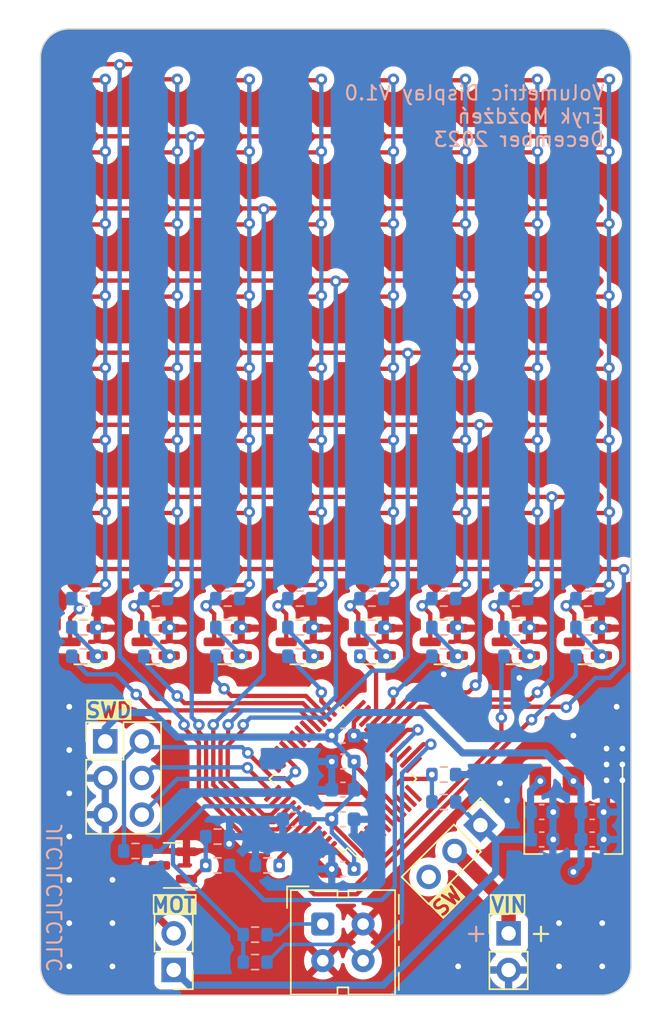
<source format=kicad_pcb>
(kicad_pcb (version 20221018) (generator pcbnew)
  (layers (0 "F.Cu" signal) (31 "B.Cu" signal) (34 "B.Paste" user) (35 "F.Paste" user) (36 "B.SilkS" user "B.Silkscreen") (37 "F.SilkS" user "F.Silkscreen") (38 "B.Mask" user) (39 "F.Mask" user) (44 "Edge.Cuts" user))
  (net 0 "")
  (net 1 "+3.3V")
  (net 2 "GND")
  (net 3 "/BATT_SENSE")
  (net 4 "+BATT")
  (net 5 "Net-(D1-K)")
  (net 6 "/MATRIX_ROW0")
  (net 7 "Net-(D10-K)")
  (net 8 "Net-(D11-K)")
  (net 9 "Net-(D12-K)")
  (net 10 "Net-(D13-K)")
  (net 11 "Net-(D14-K)")
  (net 12 "Net-(D15-K)")
  (net 13 "Net-(D16-K)")
  (net 14 "/MATRIX_ROW1")
  (net 15 "/MATRIX_ROW2")
  (net 16 "/MATRIX_ROW3")
  (net 17 "/MATRIX_ROW4")
  (net 18 "/MATRIX_ROW5")
  (net 19 "/MATRIX_ROW6")
  (net 20 "/MATRIX_ROW7")
  (net 21 "/SWCLK")
  (net 22 "/SWDIO")
  (net 23 "Net-(J3-Pin_1)")
  (net 24 "Net-(Q1-G)")
  (net 25 "Net-(U1-A)")
  (net 26 "/SENSOR")
  (net 27 "Net-(U2-BOOT0)")
  (net 28 "/MOTOR")
  (net 29 "/MATRIX_COL0")
  (net 30 "/MATRIX_COL1")
  (net 31 "/MATRIX_COL2")
  (net 32 "/MATRIX_COL3")
  (net 33 "/MATRIX_COL4")
  (net 34 "/MATRIX_COL5")
  (net 35 "/MATRIX_COL6")
  (net 36 "/MATRIX_COL7")
  (net 56 "/RESET")
  (net 57 "Net-(J2-Pin_2)")
  (net 58 "Net-(Q2-G)")
  (net 59 "/low_driver/OUT0")
  (net 60 "Net-(Q3-G)")
  (net 61 "/low_driver/OUT1")
  (net 62 "Net-(Q4-G)")
  (net 63 "/low_driver/OUT2")
  (net 64 "Net-(Q5-G)")
  (net 65 "/low_driver/OUT3")
  (net 66 "Net-(Q6-G)")
  (net 67 "/low_driver/OUT4")
  (net 68 "Net-(Q7-G)")
  (net 69 "/low_driver/OUT5")
  (net 70 "Net-(Q8-G)")
  (net 71 "/low_driver/OUT6")
  (net 72 "Net-(Q9-G)")
  (net 73 "/low_driver/OUT7")
  (footprint "custom_footprints:led_0603" (layer "F.Cu") (at 173 71 45)
    (fp_text reference "D38")
    (fp_text value "LED" hide)
  )
  (footprint "custom_footprints:led_0603" (layer "F.Cu") (at 153 81 45)
    (fp_text reference "D50")
    (fp_text value "LED" hide)
  )
  (footprint "custom_footprints:led_0603" (layer "F.Cu") (at 183 56 45)
    (fp_text reference "D16")
    (fp_text value "LED" hide)
  )
  (footprint "custom_footprints:led_0603" (layer "F.Cu") (at 183 66 45)
    (fp_text reference "D32")
    (fp_text value "LED" hide)
  )
  (footprint "custom_footprints:led_0603" (layer "F.Cu") (at 163 86 45)
    (fp_text reference "D60")
    (fp_text value "LED" hide)
  )
  (footprint "custom_footprints:led_0603" (layer "F.Cu") (at 148 76 45)
    (fp_text reference "D41")
    (fp_text value "LED" hide)
  )
  (footprint "custom_footprints:led_0603" (layer "F.Cu") (at 158 56 45)
    (fp_text reference "D11")
    (fp_text value "LED" hide)
  )
  (footprint "custom_footprints:led_0603" (layer "F.Cu") (at 168 61 45)
    (fp_text reference "D21")
    (fp_text value "LED" hide)
  )
  (footprint "custom_footprints:led_0603" (layer "F.Cu") (at 163 81 45)
    (fp_text reference "D52")
    (fp_text value "LED" hide)
  )
  (footprint "Connector_PinHeader_2.54mm:PinHeader_1x03_P2.54mm_Vertical" (layer "F.Cu") (at 175.546051 103.203949 -45)
    (fp_text reference "SW1")
    (fp_text value "SW_Push_SPDT")
  )
  (footprint "custom_footprints:led_0603" (layer "F.Cu") (at 153 76 45)
    (fp_text reference "D42")
    (fp_text value "LED" hide)
  )
  (footprint "Package_TO_SOT_SMD:SOT-23" (layer "F.Cu") (at 148 90.5 180)
    (fp_text reference "Q2")
    (fp_text value "BSS138")
  )
  (footprint "Package_TO_SOT_SMD:SOT-23" (layer "F.Cu") (at 168 90.5 180)
    (fp_text reference "Q6")
    (fp_text value "BSS138")
  )
  (footprint "custom_footprints:led_0603" (layer "F.Cu") (at 158 81 45)
    (fp_text reference "D51")
    (fp_text value "LED" hide)
  )
  (footprint "custom_footprints:led_0603" (layer "F.Cu") (at 163 56 45)
    (fp_text reference "D12")
    (fp_text value "LED" hide)
  )
  (footprint "custom_footprints:led_0603" (layer "F.Cu") (at 153 51 45)
    (fp_text reference "D2")
    (fp_text value "LED" hide)
  )
  (footprint "custom_footprints:led_0603" (layer "F.Cu") (at 148 66 45)
    (fp_text reference "D25")
    (fp_text value "LED" hide)
  )
  (footprint "custom_footprints:led_0603" (layer "F.Cu") (at 163 76 45)
    (fp_text reference "D44")
    (fp_text value "LED" hide)
  )
  (footprint "custom_footprints:led_0603" (layer "F.Cu") (at 173 66 45)
    (fp_text reference "D30")
    (fp_text value "LED" hide)
  )
  (footprint "custom_footprints:led_0603" (layer "F.Cu") (at 173 51 45)
    (fp_text reference "D6")
    (fp_text value "LED" hide)
  )
  (footprint "Connector_PinHeader_2.54mm:PinHeader_2x03_P2.54mm_Vertical" (layer "F.Cu") (at 149.5 97.4)
    (fp_text reference "J1")
    (fp_text value "Conn_02x03_Odd_Even")
  )
  (footprint "custom_footprints:led_0603" (layer "F.Cu") (at 153 71 45)
    (fp_text reference "D34")
    (fp_text value "LED" hide)
  )
  (footprint "custom_footprints:led_0603" (layer "F.Cu") (at 173 61 45)
    (fp_text reference "D22")
    (fp_text value "LED" hide)
  )
  (footprint "custom_footprints:led_0603" (layer "F.Cu") (at 163 61 45)
    (fp_text reference "D20")
    (fp_text value "LED" hide)
  )
  (footprint "custom_footprints:led_0603" (layer "F.Cu") (at 178 66 45)
    (fp_text reference "D31")
    (fp_text value "LED" hide)
  )
  (footprint "Package_TO_SOT_SMD:SOT-23" (layer "F.Cu") (at 153 90.5 180)
    (fp_text reference "Q3")
    (fp_text value "BSS138")
  )
  (footprint "custom_footprints:led_0603" (layer "F.Cu") (at 163 51 45)
    (fp_text reference "D4")
    (fp_text value "LED" hide)
  )
  (footprint "custom_footprints:led_0603" (layer "F.Cu") (at 183 76 45)
    (fp_text reference "D48")
    (fp_text value "LED" hide)
  )
  (footprint "custom_footprints:led_0603" (layer "F.Cu") (at 158 66 45)
    (fp_text reference "D27")
    (fp_text value "LED" hide)
  )
  (footprint "custom_footprints:led_0603" (layer "F.Cu") (at 153 56 45)
    (fp_text reference "D10")
    (fp_text value "LED" hide)
  )
  (footprint "custom_footprints:led_0603" (layer "F.Cu") (at 178 71 45)
    (fp_text reference "D39")
    (fp_text value "LED" hide)
  )
  (footprint "custom_footprints:led_0603" (layer "F.Cu") (at 168 56 45)
    (fp_text reference "D13")
    (fp_text value "LED" hide)
  )
  (footprint "custom_footprints:led_0603" (layer "F.Cu") (at 168 71 45)
    (fp_text reference "D37")
    (fp_text value "LED" hide)
  )
  (footprint "Package_TO_SOT_SMD:SOT-23" (layer "F.Cu") (at 158 90.5 180)
    (fp_text reference "Q4")
    (fp_text value "BSS138")
  )
  (footprint "custom_footprints:led_0603" (layer "F.Cu") (at 158 76 45)
    (fp_text reference "D43")
    (fp_text value "LED" hide)
  )
  (footprint "custom_footprints:led_0603" (layer "F.Cu") (at 148 56 45)
    (fp_text reference "D9")
    (fp_text value "LED" hide)
  )
  (footprint "custom_footprints:led_0603" (layer "F.Cu") (at 178 56 45)
    (fp_text reference "D15")
    (fp_text value "LED" hide)
  )
  (footprint "Connector_PinHeader_2.54mm:PinHeader_1x02_P2.54mm_Vertical" (layer "F.Cu") (at 177.5 110.71)
    (fp_text reference "J3")
    (fp_text value "Conn_01x02")
  )
  (footprint "custom_footprints:led_0603" (layer "F.Cu") (at 173 56 45)
    (fp_text reference "D14")
    (fp_text value "LED" hide)
  )
  (footprint "custom_footprints:led_0603" (layer "F.Cu") (at 158 61 45)
    (fp_text reference "D19")
    (fp_text value "LED" hide)
  )
  (footprint "custom_footprints:led_0603" (layer "F.Cu") (at 163 71 45)
    (fp_text reference "D36")
    (fp_text value "LED" hide)
  )
  (footprint "OptoDevice:Vishay_CNY70" (layer "F.Cu") (at 164.6 110.0625)
    (fp_text reference "U1")
    (fp_text value "CNY70")
  )
  (footprint "custom_footprints:led_0603" (layer "F.Cu") (at 158 51 45)
    (fp_text reference "D3")
    (fp_text value "LED" hide)
  )
  (footprint "Package_TO_SOT_SMD:SOT-223-3_TabPin2" (layer "F.Cu") (at 182 103.3 -90)
    (fp_text reference "U3")
    (fp_text value "LM1117MP-3.3")
  )
  (footprint "custom_footprints:led_0603" (layer "F.Cu") (at 168 51 45)
    (fp_text reference "D5")
    (fp_text value "LED" hide)
  )
  (footprint "custom_footprints:led_0603" (layer "F.Cu") (at 168 76 45)
    (fp_text reference "D45")
    (fp_text value "LED" hide)
  )
  (footprint "custom_footprints:led_0603" (layer "F.Cu") (at 178 81 45)
    (fp_text reference "D55")
    (fp_text value "LED" hide)
  )
  (footprint "custom_footprints:led_0603" (layer "F.Cu") (at 173 86 45)
    (fp_text reference "D62")
    (fp_text value "LED" hide)
  )
  (footprint "Package_TO_SOT_SMD:SOT-23" (layer "F.Cu") (at 173 90.5 180)
    (fp_text reference "Q7")
    (fp_text value "BSS138")
  )
  (footprint "Package_QFP:LQFP-48_7x7mm_P0.5mm" (layer "F.Cu") (at 166 100 135)
    (fp_text reference "U2")
    (fp_text value "STM32F030C8Tx")
  )
  (footprint "custom_footprints:led_0603" (layer "F.Cu") (at 148 51 45)
    (fp_text reference "D1")
    (fp_text value "LED" hide)
  )
  (footprint "custom_footprints:led_0603" (layer "F.Cu") (at 148 61 45)
    (fp_text reference "D17")
    (fp_text value "LED" hide)
  )
  (footprint "custom_footprints:led_0603" (layer "F.Cu") (at 178 51 45)
    (fp_text reference "D7")
    (fp_text value "LED" hide)
  )
  (footprint "custom_footprints:led_0603" (layer "F.Cu") (at 168 66 45)
    (fp_text reference "D29")
    (fp_text value "LED" hide)
  )
  (footprint "Package_TO_SOT_SMD:SOT-23" (layer "F.Cu") (at 154.2 106 180)
    (fp_text reference "Q1")
    (fp_text value "BSS138")
  )
  (footprint "Package_TO_SOT_SMD:SOT-23" (layer "F.Cu") (at 163 90.5 180)
    (fp_text reference "Q5")
    (fp_text value "BSS138")
  )
  (footprint "custom_footprints:led_0603" (layer "F.Cu") (at 163 66 45)
    (fp_text reference "D28")
    (fp_text value "LED" hide)
  )
  (footprint "custom_footprints:led_0603" (layer "F.Cu") (at 158 71 45)
    (fp_text reference "D35")
    (fp_text value "LED" hide)
  )
  (footprint "custom_footprints:led_0603" (layer "F.Cu") (at 183 81 45)
    (fp_text reference "D56")
    (fp_text value "LED" hide)
  )
  (footprint "custom_footprints:led_0603" (layer "F.Cu") (at 153 66 45)
    (fp_text reference "D26")
    (fp_text value "LED" hide)
  )
  (footprint "Package_TO_SOT_SMD:SOT-23" (layer "F.Cu") (at 183 90.5 180)
    (fp_text reference "Q9")
    (fp_text value "BSS138")
  )
  (footprint "custom_footprints:led_0603" (layer "F.Cu") (at 168 81 45)
    (fp_text reference "D53")
    (fp_text value "LED" hide)
  )
  (footprint "custom_footprints:led_0603" (layer "F.Cu") (at 178 86 45)
    (fp_text reference "D63")
    (fp_text value "LED" hide)
  )
  (footprint "custom_footprints:led_0603" (layer "F.Cu") (at 183 51 45)
    (fp_text reference "D8")
    (fp_text value "LED" hide)
  )
  (footprint "custom_footprints:led_0603" (layer "F.Cu") (at 178 61 45)
    (fp_text reference "D23")
    (fp_text value "LED" hide)
  )
  (footprint "custom_footprints:led_0603" (layer "F.Cu") (at 183 71 45)
    (fp_text reference "D40")
    (fp_text value "LED" hide)
  )
  (footprint "custom_footprints:led_0603" (layer "F.Cu") (at 173 76 45)
    (fp_text reference "D46")
    (fp_text value "LED" hide)
  )
  (footprint "custom_footprints:led_0603" (layer "F.Cu") (at 153 61 45)
    (fp_text reference "D18")
    (fp_text value "LED" hide)
  )
  (footprint "Connector_PinHeader_2.54mm:PinHeader_1x02_P2.54mm_Vertical" (layer "F.Cu") (at 154.25 113.25 180)
    (fp_text reference "J2")
    (fp_text value "Conn_01x02")
  )
  (footprint "custom_footprints:led_0603" (layer "F.Cu") (at 158 86 45)
    (fp_text reference "D59")
    (fp_text value "LED" hide)
  )
  (footprint "custom_footprints:led_0603" (layer "F.Cu") (at 148 81 45)
    (fp_text reference "D49")
    (fp_text value "LED" hide)
  )
  (footprint "custom_footprints:led_0603" (layer "F.Cu") (at 153 86 45)
    (fp_text reference "D58")
    (fp_text value "LED" hide)
  )
  (footprint "custom_footprints:led_0603" (layer "F.Cu") (at 148 71 45)
    (fp_text reference "D33")
    (fp_text value "LED" hide)
  )
  (footprint "custom_footprints:led_0603" (layer "F.Cu") (at 183 61 45)
    (fp_text reference "D24")
    (fp_text value "LED" hide)
  )
  (footprint "custom_footprints:led_0603" (layer "F.Cu") (at 168 86 45)
    (fp_text reference "D61")
    (fp_text value "LED" hide)
  )
  (footprint "custom_footprints:led_0603" (layer "F.Cu") (at 178 76 45)
    (fp_text reference "D47")
    (fp_text value "LED" hide)
  )
  (footprint "Package_TO_SOT_SMD:SOT-23" (layer "F.Cu") (at 178 90.5 180)
    (fp_text reference "Q8")
    (fp_text value "BSS138")
  )
  (footprint "custom_footprints:led_0603" (layer "F.Cu") (at 148 86 45)
    (fp_text reference "D57")
    (fp_text value "LED" hide)
  )
  (footprint "custom_footprints:led_0603" (layer "F.Cu") (at 183 86 45)
    (fp_text reference "D64")
    (fp_text value "LED" hide)
  )
  (footprint "custom_footprints:led_0603" (layer "F.Cu") (at 173 81 45)
    (fp_text reference "D54")
    (fp_text value "LED" hide)
  )
  (footprint "Resistor_SMD:R_0603_1608Metric" (layer "B.Cu") (at 158 87.5 180)
    (fp_text reference "R11")
    (fp_text value "500")
  )
  (footprint "Capacitor_SMD:C_0603_1608Metric" (layer "B.Cu") (at 162.6 102.8 180)
    (fp_text reference "C1")
    (fp_text value "4u7")
  )
  (footprint "Capacitor_SMD:C_0603_1608Metric" (layer "B.Cu") (at 179.8 102.3)
    (fp_text reference "C8")
    (fp_text value "100n")
  )
  (footprint "Resistor_SMD:R_0603_1608Metric" (layer "B.Cu") (at 178 89.5)
    (fp_text reference "R31")
    (fp_text value "10k")
  )
  (footprint "Capacitor_SMD:C_0603_1608Metric" (layer "B.Cu") (at 166 97)
    (fp_text reference "C4")
    (fp_text value "100n")
  )
  (footprint "Resistor_SMD:R_0603_1608Metric" (layer "B.Cu") (at 159.9 110.8)
    (fp_text reference "R1")
    (fp_text value "500")
  )
  (footprint "Capacitor_SMD:C_0603_1608Metric" (layer "B.Cu") (at 183.3 104.2)
    (fp_text reference "C10")
    (fp_text value "4u7")
  )
  (footprint "Resistor_SMD:R_0603_1608Metric" (layer "B.Cu") (at 157.3 104)
    (fp_text reference "R8")
    (fp_text value "10k")
  )
  (footprint "Capacitor_SMD:C_0603_1608Metric" (layer "B.Cu") (at 166 100.75 180)
    (fp_text reference "C6")
    (fp_text value "1u")
  )
  (footprint "Resistor_SMD:R_0603_1608Metric" (layer "B.Cu") (at 173 91.5)
    (fp_text reference "R26")
    (fp_text value "500")
  )
  (footprint "Capacitor_SMD:C_0603_1608Metric" (layer "B.Cu") (at 166 106.25 180)
    (fp_text reference "C2")
    (fp_text value "100n")
  )
  (footprint "Resistor_SMD:R_0603_1608Metric" (layer "B.Cu") (at 183 91.5)
    (fp_text reference "R28")
    (fp_text value "500")
  )
  (footprint "Resistor_SMD:R_0603_1608Metric" (layer "B.Cu") (at 148 89.5)
    (fp_text reference "R21")
    (fp_text value "10k")
  )
  (footprint "Resistor_SMD:R_0603_1608Metric" (layer "B.Cu") (at 163 87.5 180)
    (fp_text reference "R12")
    (fp_text value "500")
  )
  (footprint "Capacitor_SMD:C_0603_1608Metric" (layer "B.Cu") (at 166 98.8 180)
    (fp_text reference "C5")
    (fp_text value "10n")
  )
  (footprint "Resistor_SMD:R_0603_1608Metric" (layer "B.Cu") (at 153 91.5)
    (fp_text reference "R18")
    (fp_text value "500")
  )
  (footprint "Resistor_SMD:R_0603_1608Metric" (layer "B.Cu") (at 173 99.7)
    (fp_text reference "R6")
    (fp_text value "100k")
  )
  (footprint "Resistor_SMD:R_0603_1608Metric" (layer "B.Cu") (at 157.3 106 180)
    (fp_text reference "R7")
    (fp_text value "500")
  )
  (footprint "Resistor_SMD:R_0603_1608Metric" (layer "B.Cu") (at 148 91.5)
    (fp_text reference "R17")
    (fp_text value "500")
  )
  (footprint "Capacitor_SMD:C_0603_1608Metric" (layer "B.Cu") (at 179.8 104.2)
    (fp_text reference "C7")
    (fp_text value "4u7")
  )
  (footprint "Resistor_SMD:R_0603_1608Metric" (layer "B.Cu") (at 163 91.5)
    (fp_text reference "R20")
    (fp_text value "500")
  )
  (footprint "Resistor_SMD:R_0603_1608Metric" (layer "B.Cu") (at 173 101.6 180)
    (fp_text reference "R5")
    (fp_text value "100k")
  )
  (footprint "Resistor_SMD:R_0603_1608Metric" (layer "B.Cu") (at 173 89.5)
    (fp_text reference "R30")
    (fp_text value "10k")
  )
  (footprint "Resistor_SMD:R_0603_1608Metric" (layer "B.Cu") (at 163 89.5)
    (fp_text reference "R24")
    (fp_text value "10k")
  )
  (footprint "Capacitor_SMD:C_0603_1608Metric" (layer "B.Cu") (at 166 102.8)
    (fp_text reference "C3")
    (fp_text value "100n")
  )
  (footprint "Resistor_SMD:R_0603_1608Metric" (layer "B.Cu") (at 158 91.5)
    (fp_text reference "R19")
    (fp_text value "500")
  )
  (footprint "Resistor_SMD:R_0603_1608Metric" (layer "B.Cu") (at 183 89.5)
    (fp_text reference "R32")
    (fp_text value "10k")
  )
  (footprint "Resistor_SMD:R_0603_1608Metric" (layer "B.Cu") (at 158 89.5)
    (fp_text reference "R23")
    (fp_text value "10k")
  )
  (footprint "Resistor_SMD:R_0603_1608Metric" (layer "B.Cu") (at 151.6 105)
    (fp_text reference "R3")
    (fp_text value "10k")
  )
  (footprint "Resistor_SMD:R_0603_1608Metric" (layer "B.Cu") (at 160.75 106)
    (fp_text reference "R4")
    (fp_text value "10k")
  )
  (footprint "Resistor_SMD:R_0603_1608Metric" (layer "B.Cu") (at 168 91.5)
    (fp_text reference "R25")
    (fp_text value "500")
  )
  (footprint "Resistor_SMD:R_0603_1608Metric" (layer "B.Cu") (at 173 87.5 180)
    (fp_text reference "R14")
    (fp_text value "500")
  )
  (footprint "Resistor_SMD:R_0603_1608Metric" (layer "B.Cu") (at 153 89.5)
    (fp_text reference "R22")
    (fp_text value "10k")
  )
  (footprint "Resistor_SMD:R_0603_1608Metric" (layer "B.Cu") (at 168 87.5 180)
    (fp_text reference "R13")
    (fp_text value "500")
  )
  (footprint "Resistor_SMD:R_0603_1608Metric" (layer "B.Cu") (at 148 87.5 180)
    (fp_text reference "R9")
    (fp_text value "500")
  )
  (footprint "Resistor_SMD:R_0603_1608Metric" (layer "B.Cu") (at 178 87.5 180)
    (fp_text reference "R15")
    (fp_text value "500")
  )
  (footprint "Resistor_SMD:R_0603_1608Metric" (layer "B.Cu") (at 159.9 112.7)
    (fp_text reference "R2")
    (fp_text value "10k")
  )
  (footprint "Resistor_SMD:R_0603_1608Metric" (layer "B.Cu") (at 183 87.5 180)
    (fp_text reference "R16")
    (fp_text value "500")
  )
  (footprint "Resistor_SMD:R_0603_1608Metric" (layer "B.Cu") (at 153 87.5 180)
    (fp_text reference "R10")
    (fp_text value "500")
  )
  (footprint "Capacitor_SMD:C_0603_1608Metric" (layer "B.Cu") (at 183.3 102.3)
    (fp_text reference "C9")
    (fp_text value "100n")
  )
  (footprint "Resistor_SMD:R_0603_1608Metric" (layer "B.Cu") (at 178 91.5)
    (fp_text reference "R27")
    (fp_text value "500")
  )
  (footprint "Resistor_SMD:R_0603_1608Metric" (layer "B.Cu") (at 168 89.5)
    (fp_text reference "R29")
    (fp_text value "10k")
  )
  (gr_line (start 175.25 110.25) (end 175.25 111.25) (stroke (width 0.15)) (layer "B.SilkS"))
  (gr_line (start 174.75 110.75) (end 175.75 110.75) (stroke (width 0.15)) (layer "B.SilkS"))
  (gr_line (start 179.25 110.75) (end 180.25 110.75) (stroke (width 0.15)) (layer "F.SilkS"))
  (gr_line (start 179.75 110.25) (end 179.75 111.25) (stroke (width 0.15)) (layer "F.SilkS"))
  (gr_arc (start 145 50) (mid 145.585786 48.585786) (end 147 48) (stroke (width 0.1)) (layer "Edge.Cuts"))
  (gr_arc (start 186 113) (mid 185.414214 114.414214) (end 184 115) (stroke (width 0.1)) (layer "Edge.Cuts"))
  (gr_arc (start 147 115) (mid 145.585786 114.414214) (end 145 113) (stroke (width 0.1)) (layer "Edge.Cuts"))
  (gr_line (start 147 48) (end 184 48) (stroke (width 0.1)) (layer "Edge.Cuts"))
  (gr_line (start 186 50) (end 186 113) (stroke (width 0.1)) (layer "Edge.Cuts"))
  (gr_line (start 145 113) (end 145 50) (stroke (width 0.1)) (layer "Edge.Cuts"))
  (gr_arc (start 184 48) (mid 185.414214 48.585786) (end 186 50) (stroke (width 0.1)) (layer "Edge.Cuts"))
  (gr_line (start 184 115) (end 147 115) (stroke (width 0.1)) (layer "Edge.Cuts"))
  (gr_text "JLCJLCJLCJLC" (at 146 108.25 90) (layer "B.SilkS") (effects (font (size 1 1)) (justify mirror)))
  (gr_text "Volumetric Display V1.0\nEryk Możdżeń\nDecember 2023" (at 184.25 56.25) (layer "B.SilkS") (effects (font (size 1 1)) (justify left bottom mirror)))
  (gr_text "SW" (at 173.25 108.5 45) (layer "F.SilkS" knockout) (effects (font (size 1 1) (thickness 0.2) bold)))
  (gr_text "MOT" (at 154.25 108.75) (layer "F.SilkS" knockout) (effects (font (size 1 1) (thickness 0.2) bold)))
  (gr_text "VIN" (at 177.5 108.75) (layer "F.SilkS" knockout) (effects (font (size 1 1) (thickness 0.2) bold)))
  (gr_text "SWD" (at 149.75 95.25) (layer "F.SilkS" knockout) (effects (font (size 1 1) (thickness 0.2) bold)))
  (segment (start 165.001212 104.887876) (end 165.412876 104.887876) (width 0.3) (layer "F.Cu") (net 1))
  (segment (start 169.827215 102.059449) (end 166.775 99.007234) (width 0.3) (layer "F.Cu") (net 1))
  (segment (start 166.775 99.007234) (end 166.775 98.8) (width 0.3) (layer "F.Cu") (net 1))
  (segment (start 166.998788 104.887876) (end 165.225 103.114088) (width 0.3) (layer "F.Cu") (net 1))
  (segment (start 165.225 96.885912) (end 166.998788 95.112124) (width 0.3) (layer "F.Cu") (net 1))
  (segment (start 165.412876 104.887876) (end 166.775 106.25) (width 0.3) (layer "F.Cu") (net 1))
  (segment (start 165.225 103.114088) (end 165.225 102.75) (width 0.3) (layer "F.Cu") (net 1))
  (segment (start 165.225 97) (end 165.225 96.885912) (width 0.3) (layer "F.Cu") (net 1))
  (via (at 166.775 98.8) (size 0.8) (drill 0.4) (layers "F.Cu" "B.Cu") (net 1))
  (via (at 165.225 97) (size 0.8) (drill 0.4) (layers "F.Cu" "B.Cu") (net 1))
  (via (at 182 100.15) (size 0.8) (drill 0.4) (layers "F.Cu" "B.Cu") (net 1))
  (via (at 165.225 102.75) (size 0.8) (drill 0.4) (layers "F.Cu" "B.Cu") (net 1))
  (via (at 182 106.45) (size 0.8) (drill 0.4) (layers "F.Cu" "B.Cu") (net 1))
  (via (at 166.775 106.25) (size 0.8) (drill 0.4) (layers "F.Cu" "B.Cu") (net 1))
  (segment (start 165.225 102.8) (end 163.375 102.8) (width 0.3) (layer "B.Cu") (net 1))
  (segment (start 165.225 97.2125) (end 165.225 97) (width 0.3) (layer "B.Cu") (net 1))
  (segment (start 166.775 106.25) (end 166.775 105.275) (width 0.3) (layer "B.Cu") (net 1))
  (segment (start 154.5 97.1) (end 152.8 95.4) (width 0.5) (layer "B.Cu") (net 1))
  (segment (start 154.2 105.925) (end 154.2 104.1) (width 0.3) (layer "B.Cu") (net 1))
  (segment (start 182.525 102.3) (end 182.525 104.2) (width 0.5) (layer "B.Cu") (net 1))
  (segment (start 165.225 97) (end 165.125 97.1) (width 0.5) (layer "B.Cu") (net 1))
  (segment (start 159.075 110.8) (end 154.2 105.925) (width 0.3) (layer "B.Cu") (net 1))
  (segment (start 166.775 105.275) (end 165.225 103.725) (width 0.3) (layer "B.Cu") (net 1))
  (segment (start 166.775 100.75) (end 166.775 101.025) (width 0.3) (layer "B.Cu") (net 1))
  (segment (start 180.05 98.2) (end 174.3 98.2) (width 0.5) (layer "B.Cu") (net 1))
  (segment (start 171.5 95.4) (end 166.825 95.4) (width 0.5) (layer "B.Cu") (net 1))
  (segment (start 182.525 104.2) (end 182.525 105.925) (width 0.5) (layer "B.Cu") (net 1))
  (segment (start 149.5 96.5) (end 149.5 97.4) (width 0.5) (layer "B.Cu") (net 1))
  (segment (start 156.4 101.9) (end 162.475 101.9) (width 0.3) (layer "B.Cu") (net 1))
  (segment (start 165.225 102.575) (end 165.225 102.75) (width 0.3) (layer "B.Cu") (net 1))
  (segment (start 153.3 105) (end 152.325 105) (width 0.3) (layer "B.Cu") (net 1))
  (segment (start 162.475 101.9) (end 163.375 102.8) (width 0.3) (layer "B.Cu") (net 1))
  (segment (start 182.525 102.3) (end 182.525 100.675) (width 0.5) (layer "B.Cu") (net 1))
  (segment (start 166.775 101.025) (end 165.225 102.575) (width 0.3) (layer "B.Cu") (net 1))
  (segment (start 152.8 95.4) (end 150.6 95.4) (width 0.5) (layer "B.Cu") (net 1))
  (segment (start 150.6 95.4) (end 149.5 96.5) (width 0.5) (layer "B.Cu") (net 1))
  (segment (start 174.3 98.2) (end 171.5 95.4) (width 0.5) (layer "B.Cu") (net 1))
  (segment (start 154.9 103.4) (end 153.3 105) (width 0.3) (layer "B.Cu") (net 1))
  (segment (start 159.075 112.7) (end 159.075 110.8) (width 0.3) (layer "B.Cu") (net 1))
  (segment (start 182 100.15) (end 180.05 98.2) (width 0.5) (layer "B.Cu") (net 1))
  (segment (start 165.225 103.725) (end 165.225 102.75) (width 0.3) (layer "B.Cu") (net 1))
  (segment (start 166.775 98.8) (end 166.775 98.7625) (width 0.3) (layer "B.Cu") (net 1))
  (segment (start 182.525 100.675) (end 182 100.15) (width 0.5) (layer "B.Cu") (net 1))
  (segment (start 154.2 104.1) (end 154.9 103.4) (width 0.3) (layer "B.Cu") (net 1))
  (segment (start 166.825 95.4) (end 165.225 97) (width 0.5) (layer "B.Cu") (net 1))
  (segment (start 182.525 105.925) (end 182 106.45) (width 0.5) (layer "B.Cu") (net 1))
  (segment (start 166.775 98.8) (end 166.775 100.75) (width 0.3) (layer "B.Cu") (net 1))
  (segment (start 154.9 103.4) (end 156.4 101.9) (width 0.3) (layer "B.Cu") (net 1))
  (segment (start 166.775 98.7625) (end 165.225 97.2125) (width 0.3) (layer "B.Cu") (net 1))
  (segment (start 165.125 97.1) (end 154.5 97.1) (width 0.5) (layer "B.Cu") (net 1))
  (segment (start 167.675 101.25) (end 165.225 98.8) (width 0.3) (layer "F.Cu") (net 2))
  (segment (start 164.053251 105.128729) (end 164.053251 105.477873) (width 0.3) (layer "F.Cu") (net 2))
  (segment (start 164.053251 105.477873) (end 164.825378 106.25) (width 0.3) (layer "F.Cu") (net 2))
  (segment (start 166.757934 97) (end 166.757934 96.060086) (width 0.3) (layer "F.Cu") (net 2))
  (segment (start 168.31066 101.25) (end 167.675 101.25) (width 0.3) (layer "F.Cu") (net 2))
  (segment (start 164.825378 106.25) (end 165.225 106.25) (width 0.3) (layer "F.Cu") (net 2))
  (segment (start 164.647658 104.534322) (end 164.053251 105.128729) (width 0.3) (layer "F.Cu") (net 2))
  (segment (start 169.473662 102.413002) (end 168.31066 101.25) (width 0.3) (layer "F.Cu") (net 2))
  (segment (start 166.757934 96.060086) (end 167.352342 95.465678) (width 0.3) (layer "F.Cu") (net 2))
  (via (at 178.25 93) (size 0.8) (drill 0.4) (layers "F.Cu" "B.Cu") (net 2))
  (via (at 179 89.5) (size 0.8) (drill 0.4) (layers "F.Cu" "B.Cu") (net 2))
  (via (at 185.4 97.9) (size 0.8) (drill 0.4) (layers "F.Cu" "B.Cu") (net 2))
  (via (at 181 110) (size 0.8) (drill 0.4) (layers "F.Cu" "B.Cu") (net 2))
  (via (at 174 113) (size 0.8) (drill 0.4) (layers "F.Cu" "B.Cu") (net 2))
  (via (at 159 89.5) (size 0.8) (drill 0.4) (layers "F.Cu" "B.Cu") (net 2))
  (via (at 147 110) (size 0.8) (drill 0.4) (layers "F.Cu" "B.Cu") (net 2))
  (via (at 184 110) (size 0.8) (drill 0.4) (layers "F.Cu" "B.Cu") (net 2))
  (via (at 147 104) (size 0.8) (drill 0.4) (layers "F.Cu" "B.Cu") (net 2))
  (via (at 180.6 102.3) (size 0.8) (drill 0.4) (layers "F.Cu" "B.Cu") (net 2))
  (via (at 147 107) (size 0.8) (drill 0.4) (layers "F.Cu" "B.Cu") (net 2))
  (via (at 182 97) (size 0.8) (drill 0.4) (layers "F.Cu" "B.Cu") (net 2))
  (via (at 169 89.5) (size 0.8) (drill 0.4) (layers "F.Cu" "B.Cu") (net 2))
  (via (at 150 110) (size 0.8) (drill 0.4) (layers "F.Cu" "B.Cu") (net 2))
  (via (at 173 92.75) (size 0.8) (drill 0.4) (layers "F.Cu" "B.Cu") (net 2))
  (via (at 166.757934 97) (size 0.8) (drill 0.4) (layers "F.Cu" "B.Cu") (net 2))
  (via (at 184.3 99) (size 0.8) (drill 0.4) (layers "F.Cu" "B.Cu") (net 2))
  (via (at 184.1 104.2) (size 0.8) (drill 0.4) (layers "F.Cu" "B.Cu") (net 2))
  (via (at 177.4 101.5) (size 0.8) (drill 0.4) (layers "F.Cu" "B.Cu") (net 2))
  (via (at 147 101) (size 0.8) (drill 0.4) (layers "F.Cu" "B.Cu") (net 2))
  (via (at 158.1 104.5) (size 0.8) (drill 0.4) (layers "F.Cu" "B.Cu") (net 2))
  (via (at 185.4 100.1) (size 0.8) (drill 0.4) (layers "F.Cu" "B.Cu") (net 2))
  (via (at 184 113) (size 0.8) (drill 0.4) (layers "F.Cu" "B.Cu") (net 2))
  (via (at 165.225 106.25) (size 0.8) (drill 0.4) (layers "F.Cu" "B.Cu") (net 2))
  (via (at 147 98) (size 0.8) (drill 0.4) (layers "F.Cu" "B.Cu") (net 2))
  (via (at 165.225 98.8) (size 0.8) (drill 0.4) (layers "F.Cu" "B.Cu") (net 2))
  (via (at 181 113) (size 0.8) (drill 0.4) (layers "F.Cu" "B.Cu") (net 2))
  (via (at 164 89.5) (size 0.8) (drill 0.4) (layers "F.Cu" "B.Cu") (net 2))
  (via (at 185 95) (size 0.8) (drill 0.4) (layers "F.Cu" "B.Cu") (net 2))
  (via (at 184 89.5) (size 0.8) (drill 0.4) (layers "F.Cu" "B.Cu") (net 2))
  (via (at 184.3 97.9) (size 0.8) (drill 0.4) (layers "F.Cu" "B.Cu") (net 2))
  (via (at 185.4 99) (size 0.8) (drill 0.4) (layers "F.Cu" "B.Cu") (net 2))
  (via (at 149 89.5) (size 0.8) (drill 0.4) (layers "F.Cu" "B.Cu") (net 2))
  (via (at 184.1 102.3) (size 0.8) (drill 0.4) (layers "F.Cu" "B.Cu") (net 2))
  (via (at 154 89.5) (size 0.8) (drill 0.4) (layers "F.Cu" "B.Cu") (net 2))
  (via (at 176.9 100.3) (size 0.8) (drill 0.4) (layers "F.Cu" "B.Cu") (net 2))
  (via (at 150 107) (size 0.8) (drill 0.4) (layers "F.Cu" "B.Cu") (net 2))
  (via (at 184.3 100.1) (size 0.8) (drill 0.4) (layers "F.Cu" "B.Cu") (net 2))
  (via (at 150 113) (size 0.8) (drill 0.4) (layers "F.Cu" "B.Cu") (net 2))
  (via (at 180.6 104.2) (size 0.8) (drill 0.4) (layers "F.Cu" "B.Cu") (net 2))
  (via (at 147 95) (size 0.8) (drill 0.4) (layers "F.Cu" "B.Cu") (net 2))
  (via (at 174 89.5) (size 0.8) (drill 0.4) (layers "F.Cu" "B.Cu") (net 2))
  (via (at 147 113) (size 0.8) (drill 0.4) (layers "F.Cu" "B.Cu") (net 2))
  (segment (start 171.875 100) (end 172.175 99.7) (width 0.3) (layer "F.Cu") (net 3))
  (segment (start 169.586361 100.513639) (end 170.1 100) (width 0.3) (layer "F.Cu") (net 3))
  (segment (start 170.1 100) (end 171.875 100) (width 0.3) (layer "F.Cu") (net 3))
  (segment (start 170.180769 101.705895) (end 169.586361 101.111489) (width 0.3) (layer "F.Cu") (net 3))
  (segment (start 169.586361 101.111489) (end 169.586361 100.513639) (width 0.3) (layer "F.Cu") (net 3))
  (via (at 172.175 99.7) (size 0.8) (drill 0.4) (layers "F.Cu" "B.Cu") (net 3))
  (segment (start 172.175 101.6) (end 172.175 99.7) (width 0.3) (layer "B.Cu") (net 3))
  (via (at 179.7 100.15) (size 0.8) (drill 0.4) (layers "F.Cu" "B.Cu") (net 4))
  (segment (start 154.2 113.175) (end 155.325 114.3) (width 0.5) (layer "B.Cu") (net 4))
  (segment (start 179.025 104.2) (end 179.025 102.3) (width 0.5) (layer "B.Cu") (net 4))
  (segment (start 176.542102 104.2) (end 175.546051 103.203949) (width 0.5) (layer "B.Cu") (net 4))
  (segment (start 176.6 106.5) (end 176.6 104.257898) (width 0.5) (layer "B.Cu") (net 4))
  (segment (start 179.025 100.825) (end 179.7 100.15) (width 0.5) (layer "B.Cu") (net 4))
  (segment (start 155.325 114.3) (end 168.8 114.3) (width 0.5) (layer "B.Cu") (net 4))
  (segment (start 176.6 104.257898) (end 175.546051 103.203949) (width 0.5) (layer "B.Cu") (net 4))
  (segment (start 179.025 102.3) (end 179.025 100.825) (width 0.5) (layer "B.Cu") (net 4))
  (segment (start 175.428949 103.203949) (end 173.825 101.6) (width 0.3) (layer "B.Cu") (net 4))
  (segment (start 168.8 114.3) (end 176.6 106.5) (width 0.5) (layer "B.Cu") (net 4))
  (segment (start 175.546051 103.203949) (end 175.428949 103.203949) (width 0.3) (layer "B.Cu") (net 4))
  (segment (start 179.025 104.2) (end 176.542102 104.2) (width 0.5) (layer "B.Cu") (net 4))
  (segment (start 149.434315 76.565685) (end 149.5 76.5) (width 0.3) (layer "F.Cu") (net 5))
  (segment (start 149.434315 81.565685) (end 149.5 81.5) (width 0.3) (layer "F.Cu") (net 5))
  (segment (start 149.5 86.5) (end 149.434315 86.565685) (width 0.3) (layer "F.Cu") (net 5))
  (segment (start 149.434315 71.565685) (end 149.5 71.5) (width 0.3) (layer "F.Cu") (net 5))
  (segment (start 149.434315 66.565685) (end 149.5 66.5) (width 0.3) (layer "F.Cu") (net 5))
  (segment (start 147.434315 71.565685) (end 149.434315 71.565685) (width 0.3) (layer "F.Cu") (net 5))
  (segment (start 147.434315 51.565685) (end 149.434315 51.565685) (width 0.3) (layer "F.Cu") (net 5))
  (segment (start 147.434315 56.565685) (end 149.434315 56.565685) (width 0.3) (layer "F.Cu") (net 5))
  (segment (start 149.434315 61.565685) (end 149.5 61.5) (width 0.3) (layer "F.Cu") (net 5))
  (segment (start 147.434315 81.565685) (end 149.434315 81.565685) (width 0.3) (layer "F.Cu") (net 5))
  (segment (start 147.434315 66.565685) (end 149.434315 66.565685) (width 0.3) (layer "F.Cu") (net 5))
  (segment (start 149.434315 86.565685) (end 147.434315 86.565685) (width 0.3) (layer "F.Cu") (net 5))
  (segment (start 149.434315 56.565685) (end 149.5 56.5) (width 0.3) (layer "F.Cu") (net 5))
  (segment (start 147.434315 61.565685) (end 149.434315 61.565685) (width 0.3) (layer "F.Cu") (net 5))
  (segment (start 147.434315 76.565685) (end 149.434315 76.565685) (width 0.3) (layer "F.Cu") (net 5))
  (segment (start 149.434315 51.565685) (end 149.5 51.5) (width 0.3) (layer "F.Cu") (net 5))
  (via (at 149.5 66.5) (size 0.8) (drill 0.4) (layers "F.Cu" "B.Cu") (net 5))
  (via (at 149.5 71.5) (size 0.8) (drill 0.4) (layers "F.Cu" "B.Cu") (net 5))
  (via (at 149.5 86.5) (size 0.8) (drill 0.4) (layers "F.Cu" "B.Cu") (net 5))
  (via (at 149.5 76.5) (size 0.8) (drill 0.4) (layers "F.Cu" "B.Cu") (net 5))
  (via (at 149.5 81.5) (size 0.8) (drill 0.4) (layers "F.Cu" "B.Cu") (net 5))
  (via (at 149.5 51.5) (size 0.8) (drill 0.4) (layers "F.Cu" "B.Cu") (net 5))
  (via (at 149.5 61.5) (size 0.8) (drill 0.4) (layers "F.Cu" "B.Cu") (net 5))
  (via (at 149.5 56.5) (size 0.8) (drill 0.4) (layers "F.Cu" "B.Cu") (net 5))
  (segment (start 149.5 71.5) (end 149.5 66.5) (width 0.3) (layer "B.Cu") (net 5))
  (segment (start 149.5 86.5) (end 149.5 81.5) (width 0.3) (layer "B.Cu") (net 5))
  (segment (start 149.5 76.5) (end 149.5 71.5) (width 0.3) (layer "B.Cu") (net 5))
  (segment (start 149.5 81.5) (end 149.5 76.5) (width 0.3) (layer "B.Cu") (net 5))
  (segment (start 149.5 61.5) (end 149.5 56.5) (width 0.3) (layer "B.Cu") (net 5))
  (segment (start 149.5 56.5) (end 149.5 51.5) (width 0.3) (layer "B.Cu") (net 5))
  (segment (start 149.5 86.5) (end 149.5 86.825) (width 0.3) (layer "B.Cu") (net 5))
  (segment (start 149.5 66.5) (end 149.5 61.5) (width 0.3) (layer "B.Cu") (net 5))
  (segment (start 149.5 86.825) (end 148.825 87.5) (width 0.3) (layer "B.Cu") (net 5))
  (segment (start 156 97.5) (end 156 100.828424) (width 0.3) (layer "F.Cu") (net 6))
  (segment (start 154.970023 96.25) (end 154.970023 96.470023) (width 0.3) (layer "F.Cu") (net 6))
  (segment (start 150.451992 50.451992) (end 150.5 50.5) (width 0.3) (layer "F.Cu") (net 6))
  (segment (start 148.548008 50.451992) (end 150.451992 50.451992) (width 0.3) (layer "F.Cu") (net 6))
  (segment (start 154.970023 96.470023) (end 156 97.5) (width 0.3) (layer "F.Cu") (net 6))
  (segment (start 159.671576 104.5) (end 161.853554 104.5) (width 0.3) (layer "F.Cu") (net 6))
  (segment (start 150.5 50.5) (end 150.548008 50.451992) (width 0.3) (layer "F.Cu") (net 6))
  (segment (start 150.548008 50.451992) (end 183.548008 50.451992) (width 0.3) (layer "F.Cu") (net 6))
  (segment (start 161.853554 104.5) (end 163.233445 103.120109) (width 0.3) (layer "F.Cu") (net 6))
  (segment (start 156 100.828424) (end 159.671576 104.5) (width 0.3) (layer "F.Cu") (net 6))
  (via (at 154.970023 96.25) (size 0.8) (drill 0.4) (layers "F.Cu" "B.Cu") (net 6))
  (via (at 150.5 50.5) (size 0.8) (drill 0.4) (layers "F.Cu" "B.Cu") (net 6))
  (segment (start 154.970023 95.970023) (end 150.5 91.5) (width 0.3) (layer "B.Cu") (net 6))
  (segment (start 154.970023 96.25) (end 154.970023 95.970023) (width 0.3) (layer "B.Cu") (net 6))
  (segment (start 150.5 91.5) (end 150.5 50.5) (width 0.3) (layer "B.Cu") (net 6))
  (segment (start 154.434315 71.565685) (end 154.5 71.5) (width 0.3) (layer "F.Cu") (net 7))
  (segment (start 154.434315 56.565685) (end 154.5 56.5) (width 0.3) (layer "F.Cu") (net 7))
  (segment (start 154.434315 76.565685) (end 154.5 76.5) (width 0.3) (layer "F.Cu") (net 7))
  (segment (start 152.434315 71.565685) (end 154.434315 71.565685) (width 0.3) (layer "F.Cu") (net 7))
  (segment (start 152.434315 56.565685) (end 154.434315 56.565685) (width 0.3) (layer "F.Cu") (net 7))
  (segment (start 152.434315 66.565685) (end 154.434315 66.565685) (width 0.3) (layer "F.Cu") (net 7))
  (segment (start 154.434315 81.565685) (end 154.5 81.5) (width 0.3) (layer "F.Cu") (net 7))
  (segment (start 152.5 51.5) (end 152.434315 51.565685) (width 0.3) (layer "F.Cu") (net 7))
  (segment (start 152.434315 76.565685) (end 154.434315 76.565685) (width 0.3) (layer "F.Cu") (net 7))
  (segment (start 154.434315 66.565685) (end 154.5 66.5) (width 0.3) (layer "F.Cu") (net 7))
  (segment (start 152.434315 86.565685) (end 154.434315 86.565685) (width 0.3) (layer "F.Cu") (net 7))
  (segment (start 154.434315 86.565685) (end 154.5 86.5) (width 0.3) (layer "F.Cu") (net 7))
  (segment (start 152.434315 61.565685) (end 154.434315 61.565685) (width 0.3) (layer "F.Cu") (net 7))
  (segment (start 154.434315 61.565685) (end 154.5 61.5) (width 0.3) (layer "F.Cu") (net 7))
  (segment (start 152.434315 81.565685) (end 154.434315 81.565685) (width 0.3) (layer "F.Cu") (net 7))
  (segment (start 154.5 51.5) (end 152.5 51.5) (width 0.3) (layer "F.Cu") (net 7))
  (via (at 154.5 76.5) (size 0.8) (drill 0.4) (layers "F.Cu" "B.Cu") (net 7))
  (via (at 154.5 81.5) (size 0.8) (drill 0.4) (layers "F.Cu" "B.Cu") (net 7))
  (via (at 154.5 66.5) (size 0.8) (drill 0.4) (layers "F.Cu" "B.Cu") (net 7))
  (via (at 154.5 56.5) (size 0.8) (drill 0.4) (layers "F.Cu" "B.Cu") (net 7))
  (via (at 154.5 71.5) (size 0.8) (drill 0.4) (layers "F.Cu" "B.Cu") (net 7))
  (via (at 154.5 86.5) (size 0.8) (drill 0.4) (layers "F.Cu" "B.Cu") (net 7))
  (via (at 154.5 51.5) (size 0.8) (drill 0.4) (layers "F.Cu" "B.Cu") (net 7))
  (via (at 154.5 61.5) (size 0.8) (drill 0.4) (layers "F.Cu" "B.Cu") (net 7))
  (segment (start 154.5 76.5) (end 154.5 71.5) (width 0.3) (layer "B.Cu") (net 7))
  (segment (start 154.5 71.5) (end 154.5 66.5) (width 0.3) (layer "B.Cu") (net 7))
  (segment (start 154.5 61.5) (end 154.5 56.5) (width 0.3) (layer "B.Cu") (net 7))
  (segment (start 154.5 66.5) (end 154.5 61.5) (width 0.3) (layer "B.Cu") (net 7))
  (segment (start 154.5 86.5) (end 154.5 86.825) (width 0.3) (layer "B.Cu") (net 7))
  (segment (start 154.5 86.825) (end 153.825 87.5) (width 0.3) (layer "B.Cu") (net 7))
  (segment (start 154.5 56.5) (end 154.5 51.5) (width 0.3) (layer "B.Cu") (net 7))
  (segment (start 154.5 81.5) (end 154.5 76.5) (width 0.3) (layer "B.Cu") (net 7))
  (segment (start 154.5 86.5) (end 154.5 81.5) (width 0.3) (layer "B.Cu") (net 7))
  (segment (start 157.434315 71.565685) (end 159.434315 71.565685) (width 0.3) (layer "F.Cu") (net 8))
  (segment (start 159.434315 61.565685) (end 159.5 61.5) (width 0.3) (layer "F.Cu") (net 8))
  (segment (start 157.434315 66.565685) (end 159.434315 66.565685) (width 0.3) (layer "F.Cu") (net 8))
  (segment (start 157.434315 76.565685) (end 159.434315 76.565685) (width 0.3) (layer "F.Cu") (net 8))
  (segment (start 159.434315 81.565685) (end 159.5 81.5) (width 0.3) (layer "F.Cu") (net 8))
  (segment (start 159.434315 66.565685) (end 159.5 66.5) (width 0.3) (layer "F.Cu") (net 8))
  (segment (start 159.434315 71.565685) (end 159.5 71.5) (width 0.3) (layer "F.Cu") (net 8))
  (segment (start 157.434315 86.565685) (end 159.434315 86.565685) (width 0.3) (layer "F.Cu") (net 8))
  (segment (start 157.434315 81.565685) (end 159.434315 81.565685) (width 0.3) (layer "F.Cu") (net 8))
  (segment (start 159.434315 76.565685) (end 159.5 76.5) (width 0.3) (layer "F.Cu") (net 8))
  (segment (start 157.434315 56.565685) (end 159.434315 56.565685) (width 0.3) (layer "F.Cu") (net 8))
  (segment (start 157.434315 61.565685) (end 159.434315 61.565685) (width 0.3) (layer "F.Cu") (net 8))
  (segment (start 159.434315 86.565685) (end 159.5 86.5) (width 0.3) (layer "F.Cu") (net 8))
  (segment (start 159.434315 51.565685) (end 159.5 51.5) (width 0.3) (layer "F.Cu") (net 8))
  (segment (start 159.434315 56.565685) (end 159.5 56.5) (width 0.3) (layer "F.Cu") (net 8))
  (segment (start 157.434315 51.565685) (end 159.434315 51.565685) (width 0.3) (layer "F.Cu") (net 8))
  (via (at 159.5 76.5) (size 0.8) (drill 0.4) (layers "F.Cu" "B.Cu") (net 8))
  (via (at 159.5 51.5) (size 0.8) (drill 0.4) (layers "F.Cu" "B.Cu") (net 8))
  (via (at 159.5 71.5) (size 0.8) (drill 0.4) (layers "F.Cu" "B.Cu") (net 8))
  (via (at 159.5 56.5) (size 0.8) (drill 0.4) (layers "F.Cu" "B.Cu") (net 8))
  (via (at 159.5 81.5) (size 0.8) (drill 0.4) (layers "F.Cu" "B.Cu") (net 8))
  (via (at 159.5 86.5) (size 0.8) (drill 0.4) (layers "F.Cu" "B.Cu") (net 8))
  (via (at 159.5 66.5) (size 0.8) (drill 0.4) (layers "F.Cu" "B.Cu") (net 8))
  (via (at 159.5 61.5) (size 0.8) (drill 0.4) (layers "F.Cu" "B.Cu") (net 8))
  (segment (start 159.5 81.5) (end 159.5 76.5) (width 0.3) (layer "B.Cu") (net 8))
  (segment (start 159.5 66.5) (end 159.5 61.5) (width 0.3) (layer "B.Cu") (net 8))
  (segment (start 159.5 86.5) (end 159.5 81.5) (width 0.3) (layer "B.Cu") (net 8))
  (segment (start 159.5 71.5) (end 159.5 66.5) (width 0.3) (layer "B.Cu") (net 8))
  (segment (start 159.5 61.5) (end 159.5 56.5) (width 0.3) (layer "B.Cu") (net 8))
  (segment (start 159.5 86.5) (end 159.5 86.825) (width 0.3) (layer "B.Cu") (net 8))
  (segment (start 159.5 86.825) (end 158.825 87.5) (width 0.3) (layer "B.Cu") (net 8))
  (segment (start 159.5 76.5) (end 159.5 71.5) (width 0.3) (layer "B.Cu") (net 8))
  (segment (start 159.5 56.5) (end 159.5 51.5) (width 0.3) (layer "B.Cu") (net 8))
  (segment (start 164.434315 66.565685) (end 164.5 66.5) (width 0.3) (layer "F.Cu") (net 9))
  (segment (start 162.434315 81.565685) (end 164.434315 81.565685) (width 0.3) (layer "F.Cu") (net 9))
  (segment (start 164.434315 61.565685) (end 164.5 61.5) (width 0.3) (layer "F.Cu") (net 9))
  (segment (start 162.434315 56.565685) (end 164.434315 56.565685) (width 0.3) (layer "F.Cu") (net 9))
  (segment (start 162.434315 86.565685) (end 164.434315 86.565685) (width 0.3) (layer "F.Cu") (net 9))
  (segment (start 162.434315 61.565685) (end 164.434315 61.565685) (width 0.3) (layer "F.Cu") (net 9))
  (segment (start 164.434315 81.565685) (end 164.5 81.5) (width 0.3) (layer "F.Cu") (net 9))
  (segment (start 162.434315 66.565685) (end 164.434315 66.565685) (width 0.3) (layer "F.Cu") (net 9))
  (segment (start 164.434315 51.565685) (end 164.5 51.5) (width 0.3) (layer "F.Cu") (net 9))
  (segment (start 164.434315 76.565685) (end 164.5 76.5) (width 0.3) (layer "F.Cu") (net 9))
  (segment (start 162.434315 71.565685) (end 164.434315 71.565685) (width 0.3) (layer "F.Cu") (net 9))
  (segment (start 164.434315 56.565685) (end 164.5 56.5) (width 0.3) (layer "F.Cu") (net 9))
  (segment (start 162.434315 76.565685) (end 164.434315 76.565685) (width 0.3) (layer "F.Cu") (net 9))
  (segment (start 164.434315 86.565685) (end 164.5 86.5) (width 0.3) (layer "F.Cu") (net 9))
  (segment (start 162.434315 51.565685) (end 164.434315 51.565685) (width 0.3) (layer "F.Cu") (net 9))
  (segment (start 164.434315 71.565685) (end 164.5 71.5) (width 0.3) (layer "F.Cu") (net 9))
  (via (at 164.5 81.5) (size 0.8) (drill 0.4) (layers "F.Cu" "B.Cu") (net 9))
  (via (at 164.5 56.5) (size 0.8) (drill 0.4) (layers "F.Cu" "B.Cu") (net 9))
  (via (at 164.5 66.5) (size 0.8) (drill 0.4) (layers "F.Cu" "B.Cu") (net 9))
  (via (at 164.5 86.5) (size 0.8) (drill 0.4) (layers "F.Cu" "B.Cu") (net 9))
  (via (at 164.5 76.5) (size 0.8) (drill 0.4) (layers "F.Cu" "B.Cu") (net 9))
  (via (at 164.5 61.5) (size 0.8) (drill 0.4) (layers "F.Cu" "B.Cu") (net 9))
  (via (at 164.5 71.5) (size 0.8) (drill 0.4) (layers "F.Cu" "B.Cu") (net 9))
  (via (at 164.5 51.5) (size 0.8) (drill 0.4) (layers "F.Cu" "B.Cu") (net 9))
  (segment (start 164.5 71.5) (end 164.5 66.5) (width 0.3) (layer "B.Cu") (net 9))
  (segment (start 164.5 66.5) (end 164.5 61.5) (width 0.3) (layer "B.Cu") (net 9))
  (segment (start 164.5 86.825) (end 163.825 87.5) (width 0.3) (layer "B.Cu") (net 9))
  (segment (start 164.5 56.5) (end 164.5 51.5) (width 0.3) (layer "B.Cu") (net 9))
  (segment (start 164.5 86.5) (end 164.5 86.825) (width 0.3) (layer "B.Cu") (net 9))
  (segment (start 164.5 76.5) (end 164.5 71.5) (width 0.3) (layer "B.Cu") (net 9))
  (segment (start 164.5 61.5) (end 164.5 56.5) (width 0.3) (layer "B.Cu") (net 9))
  (segment (start 164.5 86.5) (end 164.5 81.5) (width 0.3) (layer "B.Cu") (net 9))
  (segment (start 164.5 81.5) (end 164.5 76.5) (width 0.3) (layer "B.Cu") (net 9))
  (segment (start 169.434315 71.565685) (end 169.5 71.5) (width 0.3) (layer "F.Cu") (net 10))
  (segment (start 169.434315 51.565685) (end 169.5 51.5) (width 0.3) (layer "F.Cu") (net 10))
  (segment (start 167.434315 81.565685) (end 169.434315 81.565685) (width 0.3) (layer "F.Cu") (net 10))
  (segment (start 167.434315 56.565685) (end 169.434315 56.565685) (width 0.3) (layer "F.Cu") (net 10))
  (segment (start 169.434315 86.565685) (end 169.5 86.5) (width 0.3) (layer "F.Cu") (net 10))
  (segment (start 169.434315 81.565685) (end 169.5 81.5) (width 0.3) (layer "F.Cu") (net 10))
  (segment (start 167.434315 61.565685) (end 169.434315 61.565685) (width 0.3) (layer "F.Cu") (net 10))
  (segment (start 169.434315 66.565685) (end 169.5 66.5) (width 0.3) (layer "F.Cu") (net 10))
  (segment (start 167.434315 86.565685) (end 169.434315 86.565685) (width 0.3) (layer "F.Cu") (net 10))
  (segment (start 167.434315 66.565685) (end 169.434315 66.565685) (width 0.3) (layer "F.Cu") (net 10))
  (segment (start 169.434315 56.565685) (end 169.5 56.5) (width 0.3) (layer "F.Cu") (net 10))
  (segment (start 167.434315 51.565685) (end 169.434315 51.565685) (width 0.3) (layer "F.Cu") (net 10))
  (segment (start 167.434315 71.565685) (end 169.434315 71.565685) (width 0.3) (layer "F.Cu") (net 10))
  (segment (start 169.434315 76.565685) (end 169.5 76.5) (width 0.3) (layer "F.Cu") (net 10))
  (segment (start 167.434315 76.565685) (end 169.434315 76.565685) (width 0.3) (layer "F.Cu") (net 10))
  (segment (start 169.434315 61.565685) (end 169.5 61.5) (width 0.3) (layer "F.Cu") (net 10))
  (via (at 169.5 86.5) (size 0.8) (drill 0.4) (layers "F.Cu" "B.Cu") (net 10))
  (via (at 169.5 66.5) (size 0.8) (drill 0.4) (layers "F.Cu" "B.Cu") (net 10))
  (via (at 169.5 71.5) (size 0.8) (drill 0.4) (layers "F.Cu" "B.Cu") (net 10))
  (via (at 169.5 51.5) (size 0.8) (drill 0.4) (layers "F.Cu" "B.Cu") (net 10))
  (via (at 169.5 81.5) (size 0.8) (drill 0.4) (layers "F.Cu" "B.Cu") (net 10))
  (via (at 169.5 61.5) (size 0.8) (drill 0.4) (layers "F.Cu" "B.Cu") (net 10))
  (via (at 169.5 56.5) (size 0.8) (drill 0.4) (layers "F.Cu" "B.Cu") (net 10))
  (via (at 169.5 76.5) (size 0.8) (drill 0.4) (layers "F.Cu" "B.Cu") (net 10))
  (segment (start 169.5 86.5) (end 169.5 81.5) (width 0.3) (layer "B.Cu") (net 10))
  (segment (start 169.5 56.5) (end 169.5 51.5) (width 0.3) (layer "B.Cu") (net 10))
  (segment (start 169.5 76.5) (end 169.5 71.5) (width 0.3) (layer "B.Cu") (net 10))
  (segment (start 169.5 66.5) (end 169.5 61.5) (width 0.3) (layer "B.Cu") (net 10))
  (segment (start 169.5 61.5) (end 169.5 56.5) (width 0.3) (layer "B.Cu") (net 10))
  (segment (start 169.5 86.825) (end 168.825 87.5) (width 0.3) (layer "B.Cu") (net 10))
  (segment (start 169.5 81.5) (end 169.5 76.5) (width 0.3) (layer "B.Cu") (net 10))
  (segment (start 169.5 71.5) (end 169.5 66.5) (width 0.3) (layer "B.Cu") (net 10))
  (segment (start 169.5 86.5) (end 169.5 86.825) (width 0.3) (layer "B.Cu") (net 10))
  (segment (start 172.434315 76.565685) (end 174.434315 76.565685) (width 0.3) (layer "F.Cu") (net 11))
  (segment (start 172.434315 66.565685) (end 174.434315 66.565685) (width 0.3) (layer "F.Cu") (net 11))
  (segment (start 174.434315 71.565685) (end 174.5 71.5) (width 0.3) (layer "F.Cu") (net 11))
  (segment (start 172.434315 51.565685) (end 174.434315 51.565685) (width 0.3) (layer "F.Cu") (net 11))
  (segment (start 172.434315 86.565685) (end 174.434315 86.565685) (width 0.3) (layer "F.Cu") (net 11))
  (segment (start 174.434315 56.565685) (end 174.5 56.5) (width 0.3) (layer "F.Cu") (net 11))
  (segment (start 172.434315 71.565685) (end 174.434315 71.565685) (width 0.3) (layer "F.Cu") (net 11))
  (segment (start 174.434315 61.565685) (end 174.5 61.5) (width 0.3) (layer "F.Cu") (net 11))
  (segment (start 174.434315 76.565685) (end 174.5 76.5) (width 0.3) (layer "F.Cu") (net 11))
  (segment (start 174.434315 81.565685) (end 174.5 81.5) (width 0.3) (layer "F.Cu") (net 11))
  (segment (start 172.434315 81.565685) (end 174.434315 81.565685) (width 0.3) (layer "F.Cu") (net 11))
  (segment (start 172.434315 56.565685) (end 174.434315 56.565685) (width 0.3) (layer "F.Cu") (net 11))
  (segment (start 174.434315 86.565685) (end 174.5 86.5) (width 0.3) (layer "F.Cu") (net 11))
  (segment (start 172.434315 61.565685) (end 174.434315 61.565685) (width 0.3) (layer "F.Cu") (net 11))
  (segment (start 174.434315 51.565685) (end 174.5 51.5) (width 0.3) (layer "F.Cu") (net 11))
  (segment (start 174.434315 66.565685) (end 174.5 66.5) (width 0.3) (layer "F.Cu") (net 11))
  (via (at 174.5 51.5) (size 0.8) (drill 0.4) (layers "F.Cu" "B.Cu") (net 11))
  (via (at 174.5 56.5) (size 0.8) (drill 0.4) (layers "F.Cu" "B.Cu") (net 11))
  (via (at 174.5 71.5) (size 0.8) (drill 0.4) (layers "F.Cu" "B.Cu") (net 11))
  (via (at 174.5 76.5) (size 0.8) (drill 0.4) (layers "F.Cu" "B.Cu") (net 11))
  (via (at 174.5 86.5) (size 0.8) (drill 0.4) (layers "F.Cu" "B.Cu") (net 11))
  (via (at 174.5 66.5) (size 0.8) (drill 0.4) (layers "F.Cu" "B.Cu") (net 11))
  (via (at 174.5 61.5) (size 0.8) (drill 0.4) (layers "F.Cu" "B.Cu") (net 11))
  (via (at 174.5 81.5) (size 0.8) (drill 0.4) (layers "F.Cu" "B.Cu") (net 11))
  (segment (start 174.5 61.5) (end 174.5 56.5) (width 0.3) (layer "B.Cu") (net 11))
  (segment (start 174.5 56.5) (end 174.5 51.5) (width 0.3) (layer "B.Cu") (net 11))
  (segment (start 174.5 81.5) (end 174.5 76.5) (width 0.3) (layer "B.Cu") (net 11))
  (segment (start 174.5 86.5) (end 174.5 81.5) (width 0.3) (layer "B.Cu") (net 11))
  (segment (start 174.5 86.5) (end 174.5 86.825) (width 0.3) (layer "B.Cu") (net 11))
  (segment (start 174.5 76.5) (end 174.5 71.5) (width 0.3) (layer "B.Cu") (net 11))
  (segment (start 174.5 71.5) (end 174.5 66.5) (width 0.3) (layer "B.Cu") (net 11))
  (segment (start 174.5 86.825) (end 173.825 87.5) (width 0.3) (layer "B.Cu") (net 11))
  (segment (start 174.5 66.5) (end 174.5 61.5) (width 0.3) (layer "B.Cu") (net 11))
  (segment (start 177.434315 51.565685) (end 179.434315 51.565685) (width 0.3) (layer "F.Cu") (net 12))
  (segment (start 179.434315 71.565685) (end 179.5 71.5) (width 0.3) (layer "F.Cu") (net 12))
  (segment (start 179.434315 86.565685) (end 179.5 86.5) (width 0.3) (layer "F.Cu") (net 12))
  (segment (start 179.434315 56.565685) (end 179.5 56.5) (width 0.3) (layer "F.Cu") (net 12))
  (segment (start 177.434315 76.565685) (end 179.434315 76.565685) (width 0.3) (layer "F.Cu") (net 12))
  (segment (start 177.434315 56.565685) (end 179.434315 56.565685) (width 0.3) (layer "F.Cu") (net 12))
  (segment (start 179.434315 51.565685) (end 179.5 51.5) (width 0.3) (layer "F.Cu") (net 12))
  (segment (start 177.434315 86.565685) (end 179.434315 86.565685) (width 0.3) (layer "F.Cu") (net 12))
  (segment (start 179.434315 76.565685) (end 179.5 76.5) (width 0.3) (layer "F.Cu") (net 12))
  (segment (start 177.434315 66.565685) (end 179.434315 66.565685) (width 0.3) (layer "F.Cu") (net 12))
  (segment (start 177.434315 71.565685) (end 179.434315 71.565685) (width 0.3) (layer "F.Cu") (net 12))
  (segment (start 179.434315 81.565685) (end 179.5 81.5) (width 0.3) (layer "F.Cu") (net 12))
  (segment (start 177.434315 61.565685) (end 179.434315 61.565685) (width 0.3) (layer "F.Cu") (net 12))
  (segment (start 179.434315 66.565685) (end 179.5 66.5) (width 0.3) (layer "F.Cu") (net 12))
  (segment (start 179.434315 61.565685) (end 179.5 61.5) (width 0.3) (layer "F.Cu") (net 12))
  (segment (start 177.434315 81.565685) (end 179.434315 81.565685) (width 0.3) (layer "F.Cu") (net 12))
  (via (at 179.5 51.5) (size 0.8) (drill 0.4) (layers "F.Cu" "B.Cu") (net 12))
  (via (at 179.5 76.5) (size 0.8) (drill 0.4) (layers "F.Cu" "B.Cu") (net 12))
  (via (at 179.5 81.5) (size 0.8) (drill 0.4) (layers "F.Cu" "B.Cu") (net 12))
  (via (at 179.5 66.5) (size 0.8) (drill 0.4) (layers "F.Cu" "B.Cu") (net 12))
  (via (at 179.5 61.5) (size 0.8) (drill 0.4) (layers "F.Cu" "B.Cu") (net 12))
  (via (at 179.5 71.5) (size 0.8) (drill 0.4) (layers "F.Cu" "B.Cu") (net 12))
  (via (at 179.5 56.5) (size 0.8) (drill 0.4) (layers "F.Cu" "B.Cu") (net 12))
  (via (at 179.5 86.5) (size 0.8) (drill 0.4) (layers "F.Cu" "B.Cu") (net 12))
  (segment (start 179.5 76.5) (end 179.5 71.5) (width 0.3) (layer "B.Cu") (net 12))
  (segment (start 179.5 61.5) (end 179.5 56.5) (width 0.3) (layer "B.Cu") (net 12))
  (segment (start 179.5 86.825) (end 178.825 87.5) (width 0.3) (layer "B.Cu") (net 12))
  (segment (start 179.5 66.5) (end 179.5 61.5) (width 0.3) (layer "B.Cu") (net 12))
  (segment (start 179.5 86.5) (end 179.5 86.825) (width 0.3) (layer "B.Cu") (net 12))
  (segment (start 179.5 56.5) (end 179.5 51.5) (width 0.3) (layer "B.Cu") (net 12))
  (segment (start 179.5 86.5) (end 179.5 81.5) (width 0.3) (layer "B.Cu") (net 12))
  (segment (start 179.5 71.5) (end 179.5 66.5) (width 0.3) (layer "B.Cu") (net 12))
  (segment (start 179.5 81.5) (end 179.5 76.5) (width 0.3) (layer "B.Cu") (net 12))
  (segment (start 182.434315 61.565685) (end 184.404338 61.565685) (width 0.3) (layer "F.Cu") (net 13))
  (segment (start 184.434315 81.565685) (end 184.5 81.5) (width 0.3) (layer "F.Cu") (net 13))
  (segment (start 184.434315 86.565685) (end 184.470023 86.529977) (width 0.3) (layer "F.Cu") (net 13))
  (segment (start 184.434315 51.565685) (end 184.5 51.5) (width 0.3) (layer "F.Cu") (net 13))
  (segment (start 182.434315 71.565685) (end 184.404338 71.565685) (width 0.3) (layer "F.Cu") (net 13))
  (segment (start 184.404338 76.565685) (end 184.470023 76.5) (width 0.3) (layer "F.Cu") (net 13))
  (segment (start 182.434315 76.565685) (end 184.404338 76.565685) (width 0.3) (layer "F.Cu") (net 13))
  (segment (start 184.404338 61.565685) (end 184.470023 61.5) (width 0.3) (layer "F.Cu") (net 13))
  (segment (start 182.434315 81.565685) (end 184.434315 81.565685) (width 0.3) (layer "F.Cu") (net 13))
  (segment (start 182.434315 51.565685) (end 184.434315 51.565685) (width 0.3) (layer "F.Cu") (net 13))
  (segment (start 184.404338 56.565685) (end 184.470023 56.5) (width 0.3) (layer "F.Cu") (net 13))
  (segment (start 182.434315 56.565685) (end 184.404338 56.565685) (width 0.3) (layer "F.Cu") (net 13))
  (segment (start 182.434315 66.565685) (end 184.404338 66.565685) (width 0.3) (layer "F.Cu") (net 13))
  (segment (start 184.404338 66.565685) (end 184.470023 66.5) (width 0.3) (layer "F.Cu") (net 13))
  (segment (start 182.434315 86.565685) (end 184.434315 86.565685) (width 0.3) (layer "F.Cu") (net 13))
  (segment (start 184.404338 71.565685) (end 184.470023 71.5) (width 0.3) (layer "F.Cu") (net 13))
  (via (at 184.470023 76.5) (size 0.8) (drill 0.4) (layers "F.Cu" "B.Cu") (net 13))
  (via (at 184.5 51.5) (size 0.8) (drill 0.4) (layers "F.Cu" "B.Cu") (net 13))
  (via (at 184.470023 71.5) (size 0.8) (drill 0.4) (layers "F.Cu" "B.Cu") (net 13))
  (via (at 184.470023 61.5) (size 0.8) (drill 0.4) (layers "F.Cu" "B.Cu") (net 13))
  (via (at 184.470023 66.5) (size 0.8) (drill 0.4) (layers "F.Cu" "B.Cu") (net 13))
  (via (at 184.470023 56.5) (size 0.8) (drill 0.4) (layers "F.Cu" "B.Cu") (net 13))
  (via (at 184.5 81.5) (size 0.8) (drill 0.4) (layers "F.Cu" "B.Cu") (net 13))
  (via (at 184.470023 86.529977) (size 0.8) (drill 0.4) (layers "F.Cu" "B.Cu") (net 13))
  (segment (start 184.470023 86.529977) (end 184.470023 86.854977) (width 0.3) (layer "B.Cu") (net 13))
  (segment (start 184.470023 56.5) (end 184.470023 51.529977) (width 0.3) (layer "B.Cu") (net 13))
  (segment (start 184.470023 66.5) (end 184.470023 61.5) (width 0.3) (layer "B.Cu") (net 13))
  (segment (start 184.470023 51.529977) (end 184.5 51.5) (width 0.3) (layer "B.Cu") (net 13))
  (segment (start 184.470023 86.529977) (end 184.470023 76.5) (width 0.3) (layer "B.Cu") (net 13))
  (segment (start 184.470023 76.5) (end 184.470023 71.5) (width 0.3) (layer "B.Cu") (net 13))
  (segment (start 184.470023 86.854977) (end 183.825 87.5) (width 0.3) (layer "B.Cu") (net 13))
  (segment (start 184.470023 71.5) (end 184.470023 66.5) (width 0.3) (layer "B.Cu") (net 13))
  (segment (start 184.470023 61.5) (end 184.470023 56.5) (width 0.3) (layer "B.Cu") (net 13))
  (segment (start 155.451992 55.451992) (end 155.5 55.5) (width 0.3) (layer "F.Cu") (net 14))
  (segment (start 148.548008 55.451992) (end 155.451992 55.451992) (width 0.3) (layer "F.Cu") (net 14))
  (segment (start 156.5 97.25) (end 156.5 100.621318) (width 0.3) (layer "F.Cu") (net 14))
  (segment (start 155.548008 55.451992) (end 183.548008 55.451992) (width 0.3) (layer "F.Cu") (net 14))
  (segment (start 156.5 100.621318) (end 159.878682 104) (width 0.3) (layer "F.Cu") (net 14))
  (segment (start 156 96.75) (end 156.5 97.25) (width 0.3) (layer "F.Cu") (net 14))
  (segment (start 155.5 55.5) (end 155.548008 55.451992) (width 0.3) (layer "F.Cu") (net 14))
  (segment (start 161.646446 104) (end 162.879891 102.766555) (width 0.3) (layer "F.Cu") (net 14))
  (segment (start 156 96.25) (end 156 96.75) (width 0.3) (layer "F.Cu") (net 14))
  (segment (start 159.878682 104) (end 161.646446 104) (width 0.3) (layer "F.Cu") (net 14))
  (via (at 156 96.25) (size 0.8) (drill 0.4) (layers "F.Cu" "B.Cu") (net 14))
  (via (at 155.5 55.5) (size 0.8) (drill 0.4) (layers "F.Cu" "B.Cu") (net 14))
  (segment (start 155.5 95.719316) (end 155.5 55.5) (width 0.3) (layer "B.Cu") (net 14))
  (segment (start 156 96.25) (end 156 96.219316) (width 0.3) (layer "B.Cu") (net 14))
  (segment (start 156 96.219316) (end 155.5 95.719316) (width 0.3) (layer "B.Cu") (net 14))
  (segment (start 160.451992 60.451992) (end 160.5 60.5) (width 0.3) (layer "F.Cu") (net 15))
  (segment (start 157 96.25) (end 157 100.414212) (width 0.3) (layer "F.Cu") (net 15))
  (segment (start 160.548008 60.451992) (end 183.548008 60.451992) (width 0.3) (layer "F.Cu") (net 15))
  (segment (start 160.5 60.5) (end 160.548008 60.451992) (width 0.3) (layer "F.Cu") (net 15))
  (segment (start 161.43934 103.5) (end 162.526338 102.413002) (width 0.3) (layer "F.Cu") (net 15))
  (segment (start 148.548008 60.451992) (end 160.451992 60.451992) (width 0.3) (layer "F.Cu") (net 15))
  (segment (start 160.085788 103.5) (end 161.43934 103.5) (width 0.3) (layer "F.Cu") (net 15))
  (segment (start 157 100.414212) (end 160.085788 103.5) (width 0.3) (layer "F.Cu") (net 15))
  (via (at 160.5 60.5) (size 0.8) (drill 0.4) (layers "F.Cu" "B.Cu") (net 15))
  (via (at 157 96.25) (size 0.8) (drill 0.4) (layers "F.Cu" "B.Cu") (net 15))
  (segment (start 160.5 92.75) (end 160.5 60.5) (width 0.3) (layer "B.Cu") (net 15))
  (segment (start 157.719316 95.5) (end 157.75 95.5) (width 0.3) (layer "B.Cu") (net 15))
  (segment (start 157 96.25) (end 157 96.219316) (width 0.3) (layer "B.Cu") (net 15))
  (segment (start 157 96.219316) (end 157.719316 95.5) (width 0.3) (layer "B.Cu") (net 15))
  (segment (start 157.75 95.5) (end 160.5 92.75) (width 0.3) (layer "B.Cu") (net 15))
  (segment (start 157.5 97.478201) (end 157.5 100.207106) (width 0.3) (layer "F.Cu") (net 16))
  (segment (start 165.548008 65.451992) (end 183.548008 65.451992) (width 0.3) (layer "F.Cu") (net 16))
  (segment (start 165.451992 65.451992) (end 165.5 65.5) (width 0.3) (layer "F.Cu") (net 16))
  (segment (start 158.029977 96.948224) (end 157.5 97.478201) (width 0.3) (layer "F.Cu") (net 16))
  (segment (start 165.5 65.5) (end 165.548008 65.451992) (width 0.3) (layer "F.Cu") (net 16))
  (segment (start 158.029977 96.25) (end 158.029977 96.948224) (width 0.3) (layer "F.Cu") (net 16))
  (segment (start 160.292894 103) (end 161.232234 103) (width 0.3) (layer "F.Cu") (net 16))
  (segment (start 161.232234 103) (end 162.172785 102.059449) (width 0.3) (layer "F.Cu") (net 16))
  (segment (start 157.5 100.207106) (end 160.292894 103) (width 0.3) (layer "F.Cu") (net 16))
  (segment (start 148.548008 65.451992) (end 165.451992 65.451992) (width 0.3) (layer "F.Cu") (net 16))
  (via (at 165.5 65.5) (size 0.8) (drill 0.4) (layers "F.Cu" "B.Cu") (net 16))
  (via (at 158.029977 96.25) (size 0.8) (drill 0.4) (layers "F.Cu" "B.Cu") (net 16))
  (segment (start 159.014242 95.25) (end 164.542894 95.25) (width 0.3) (layer "B.Cu") (net 16))
  (segment (start 158.029977 96.25) (end 158.029977 96.234265) (width 0.3) (layer "B.Cu") (net 16))
  (segment (start 164.542894 95.25) (end 165.5 94.292894) (width 0.3) (layer "B.Cu") (net 16))
  (segment (start 158.029977 96.234265) (end 159.014242 95.25) (width 0.3) (layer "B.Cu") (net 16))
  (segment (start 165.5 94.292894) (end 165.5 65.5) (width 0.3) (layer "B.Cu") (net 16))
  (segment (start 161.025126 102.5) (end 161.819231 101.705895) (width 0.3) (layer "F.Cu") (net 17))
  (segment (start 170.548008 70.451992) (end 183.548008 70.451992) (width 0.3) (layer "F.Cu") (net 17))
  (segment (start 160.5 102.5) (end 161.025126 102.5) (width 0.3) (layer "F.Cu") (net 17))
  (segment (start 150.548008 70.451992) (end 170.451992 70.451992) (width 0.3) (layer "F.Cu") (net 17))
  (segment (start 158 100) (end 160.5 102.5) (width 0.3) (layer "F.Cu") (net 17))
  (segment (start 158 97.685307) (end 158 100) (width 0.3) (layer "F.Cu") (net 17))
  (segment (start 148.548008 70.451992) (end 150.451992 70.451992) (width 0.3) (layer "F.Cu") (net 17))
  (segment (start 159.074903 96.25) (end 159.074903 96.610404) (width 0.3) (layer "F.Cu") (net 17))
  (segment (start 170.5 70.5) (end 170.548008 70.451992) (width 0.3) (layer "F.Cu") (net 17))
  (segment (start 170.451992 70.451992) (end 170.5 70.5) (width 0.3) (layer "F.Cu") (net 17))
  (segment (start 150.5 70.5) (end 150.548008 70.451992) (width 0.3) (layer "F.Cu") (net 17))
  (segment (start 150.451992 70.451992) (end 150.5 70.5) (width 0.3) (layer "F.Cu") (net 17))
  (segment (start 159.074903 96.610404) (end 158 97.685307) (width 0.3) (layer "F.Cu") (net 17))
  (via (at 159.074903 96.25) (size 0.8) (drill 0.4) (layers "F.Cu" "B.Cu") (net 17))
  (via (at 170.5 70.5) (size 0.8) (drill 0.4) (layers "F.Cu" "B.Cu") (net 17))
  (segment (start 164.75 95.75) (end 168 92.5) (width 0.3) (layer "B.Cu") (net 17))
  (segment (start 159.074903 96.25) (end 159.574903 95.75) (width 0.3) (layer "B.Cu") (net 17))
  (segment (start 170.5 91.5) (end 170.5 70.5) (width 0.3) (layer "B.Cu") (net 17))
  (segment (start 169.5 92.5) (end 170.5 91.5) (width 0.3) (layer "B.Cu") (net 17))
  (segment (start 159.574903 95.75) (end 164.75 95.75) (width 0.3) (layer "B.Cu") (net 17))
  (segment (start 168 92.5) (end 169.5 92.5) (width 0.3) (layer "B.Cu") (net 17))
  (segment (start 174.7 94) (end 170.93934 94) (width 0.3) (layer "F.Cu") (net 18))
  (segment (start 170.93934 94) (end 168.413002 96.526338) (width 0.3) (layer "F.Cu") (net 18))
  (segment (start 175.5 75.451992) (end 183.548008 75.451992) (width 0.3) (layer "F.Cu") (net 18))
  (segment (start 148.548008 75.451992) (end 175.5 75.451992) (width 0.3) (layer "F.Cu") (net 18))
  (segment (start 175.2 93.5) (end 174.7 94) (width 0.3) (layer "F.Cu") (net 18))
  (via (at 175.5 75.451992) (size 0.8) (drill 0.4) (layers "F.Cu" "B.Cu") (net 18))
  (via (at 175.2 93.5) (size 0.8) (drill 0.4) (layers "F.Cu" "B.Cu") (net 18))
  (segment (start 175.5 93.2) (end 175.5 75.451992) (width 0.3) (layer "B.Cu") (net 18))
  (segment (start 175.2 93.5) (end 175.5 93.2) (width 0.3) (layer "B.Cu") (net 18))
  (segment (start 148.548008 80.451992) (end 180.5 80.451992) (width 0.3) (layer "F.Cu") (net 19))
  (segment (start 180.5 80.451992) (end 183.548008 80.451992) (width 0.3) (layer "F.Cu") (net 19))
  (segment (start 171.146446 94.5) (end 168.766555 96.879891) (width 0.3) (layer "F.Cu") (net 19))
  (segment (start 179 94.5) (end 171.146446 94.5) (width 0.3) (layer "F.Cu") (net 19))
  (segment (start 179.5 94) (end 179 94.5) (width 0.3) (layer "F.Cu") (net 19))
  (via (at 179.5 94) (size 0.8) (drill 0.4) (layers "F.Cu" "B.Cu") (net 19))
  (via (at 180.5 80.451992) (size 0.8) (drill 0.4) (layers "F.Cu" "B.Cu") (net 19))
  (segment (start 179.5 94) (end 180.5 93) (width 0.3) (layer "B.Cu") (net 19))
  (segment (start 180.5 93) (end 180.5 80.451992) (width 0.3) (layer "B.Cu") (net 19))
  (segment (start 171.353554 95) (end 169.120109 97.233445) (width 0.3) (layer "F.Cu") (net 20))
  (segment (start 163.548008 85.451992) (end 183.548008 85.451992) (width 0.3) (layer "F.Cu") (net 20))
  (segment (start 185.451992 85.451992) (end 185.5 85.5) (width 0.3) (layer "F.Cu") (net 20))
  (segment (start 153.548008 85.451992) (end 158.548008 85.451992) (width 0.3) (layer "F.Cu") (net 20))
  (segment (start 183.548008 85.451992) (end 185.451992 85.451992) (width 0.3) (layer "F.Cu") (net 20))
  (segment (start 181.470023 95) (end 171.353554 95) (width 0.3) (layer "F.Cu") (net 20))
  (segment (start 158.548008 85.451992) (end 163.548008 85.451992) (width 0.3) (layer "F.Cu") (net 20))
  (segment (start 181.5 95.029977) (end 181.470023 95) (width 0.3) (layer "F.Cu") (net 20))
  (segment (start 148.548008 85.451992) (end 153.548008 85.451992) (width 0.3) (layer "F.Cu") (net 20))
  (via (at 185.5 85.5) (size 0.8) (drill 0.4) (layers "F.Cu" "B.Cu") (net 20))
  (via (at 181.5 95.029977) (size 0.8) (drill 0.4) (layers "F.Cu" "B.Cu") (net 20))
  (segment (start 184.5 93) (end 185.5 92) (width 0.3) (layer "B.Cu") (net 20))
  (segment (start 183.529977 93) (end 184.5 93) (width 0.3) (layer "B.Cu") (net 20))
  (segment (start 185.5 92) (end 185.5 85.5) (width 0.3) (layer "B.Cu") (net 20))
  (segment (start 181.5 95.029977) (end 183.529977 93) (width 0.3) (layer "B.Cu") (net 20))
  (segment (start 159.369774 99.229729) (end 159.369774 99.256438) (width 0.3) (layer "F.Cu") (net 21))
  (segment (start 159.369774 99.256438) (end 161.112124 100.998788) (width 0.3) (layer "F.Cu") (net 21))
  (via (at 159.369774 99.229729) (size 0.8) (drill 0.4) (layers "F.Cu" "B.Cu") (net 21))
  (segment (start 152.78 99.2) (end 152.04 99.94) (width 0.3) (layer "B.Cu") (net 21))
  (segment (start 159.369774 99.229729) (end 159.340045 99.2) (width 0.3) (layer "B.Cu") (net 21))
  (segment (start 159.340045 99.2) (end 152.78 99.2) (width 0.3) (layer "B.Cu") (net 21))
  (segment (start 162.7 99.5) (end 162.7 99.174872) (width 0.3) (layer "F.Cu") (net 22))
  (segment (start 162.7 99.174872) (end 161.819231 98.294105) (width 0.3) (layer "F.Cu") (net 22))
  (via (at 162.7 99.5) (size 0.8) (drill 0.4) (layers "F.Cu" "B.Cu") (net 22))
  (segment (start 152.04 102.48) (end 152.04 102.46) (width 0.3) (layer "B.Cu") (net 22))
  (segment (start 162.2 100) (end 162.7 99.5) (width 0.3) (layer "B.Cu") (net 22))
  (segment (start 152.04 102.46) (end 154.5 100) (width 0.3) (layer "B.Cu") (net 22))
  (segment (start 154.5 100) (end 162.2 100) (width 0.3) (layer "B.Cu") (net 22))
  (segment (start 177.5 108.75) (end 173.75 105) (width 1) (layer "F.Cu") (net 23))
  (segment (start 177.5 110.725) (end 177.5 108.75) (width 1) (layer "F.Cu") (net 23))
  (segment (start 155.525 106.95) (end 156.475 106) (width 0.3) (layer "F.Cu") (net 24))
  (segment (start 155.1375 106.95) (end 155.525 106.95) (width 0.3) (layer "F.Cu") (net 24))
  (via (at 156.475 106) (size 0.8) (drill 0.4) (layers "F.Cu" "B.Cu") (net 24))
  (segment (start 156.475 104) (end 156.475 106) (width 0.3) (layer "B.Cu") (net 24))
  (segment (start 160.725 110.7) (end 160.9875 110.9625) (width 0.3) (layer "B.Cu") (net 25))
  (segment (start 160.725 110.8) (end 161.575 110.8) (width 0.25) (layer "B.Cu") (net 25))
  (segment (start 162.3125 110.0625) (end 164.6 110.0625) (width 0.25) (layer "B.Cu") (net 25))
  (segment (start 161.575 110.8) (end 162.3125 110.0625) (width 0.25) (layer "B.Cu") (net 25))
  (segment (start 172.1 97.6) (end 171.58198 97.6) (width 0.3) (layer "F.Cu") (net 26))
  (segment (start 171.58198 97.6) (end 170.534322 98.647658) (width 0.3) (layer "F.Cu") (net 26))
  (via (at 172.1 97.6) (size 0.8) (drill 0.4) (layers "F.Cu" "B.Cu") (net 26))
  (segment (start 170.1 109.06818) (end 170.1 109.9025) (width 0.25) (layer "B.Cu") (net 26))
  (segment (start 170.1 99.6) (end 170.1 109.06818) (width 0.3) (layer "B.Cu") (net 26))
  (segment (start 166.275 111.4775) (end 167.4 112.6025) (width 0.25) (layer "B.Cu") (net 26))
  (segment (start 172.1 97.6) (end 170.1 99.6) (width 0.3) (layer "B.Cu") (net 26))
  (segment (start 170.1 109.9025) (end 167.4 112.6025) (width 0.25) (layer "B.Cu") (net 26))
  (segment (start 161.9475 111.4775) (end 166.275 111.4775) (width 0.25) (layer "B.Cu") (net 26))
  (segment (start 160.725 112.7) (end 161.9475 111.4775) (width 0.25) (layer "B.Cu") (net 26))
  (segment (start 161.575 105.48566) (end 161.575 106) (width 0.3) (layer "F.Cu") (net 27))
  (segment (start 163.586998 103.473662) (end 161.575 105.48566) (width 0.3) (layer "F.Cu") (net 27))
  (via (at 161.575 106) (size 0.8) (drill 0.4) (layers "F.Cu" "B.Cu") (net 27))
  (segment (start 171.2 96.6) (end 170.460658 96.6) (width 0.3) (layer "F.Cu") (net 28))
  (segment (start 170.460658 96.6) (end 169.473662 97.586998) (width 0.3) (layer "F.Cu") (net 28))
  (via (at 171.2 96.6) (size 0.8) (drill 0.4) (layers "F.Cu" "B.Cu") (net 28))
  (segment (start 160.525 108.4) (end 158.125 106) (width 0.3) (layer "B.Cu") (net 28))
  (segment (start 169.6 107.5) (end 168.7 108.4) (width 0.3) (layer "B.Cu") (net 28))
  (segment (start 171.2 96.6) (end 169.6 98.2) (width 0.3) (layer "B.Cu") (net 28))
  (segment (start 169.6 98.2) (end 169.6 107.5) (width 0.3) (layer "B.Cu") (net 28))
  (segment (start 168.7 108.4) (end 160.525 108.4) (width 0.3) (layer "B.Cu") (net 28))
  (segment (start 151.65 94.15) (end 152.75 95.25) (width 0.3) (layer "F.Cu") (net 29))
  (segment (start 152.75 95.25) (end 163.017766 95.25) (width 0.3) (layer "F.Cu") (net 29))
  (segment (start 163.017766 95.25) (end 163.940551 96.172785) (width 0.3) (layer "F.Cu") (net 29))
  (via (at 151.65 94.15) (size 0.8) (drill 0.4) (layers "F.Cu" "B.Cu") (net 29))
  (segment (start 147.175 91.675) (end 147.175 91.5) (width 0.3) (layer "B.Cu") (net 29))
  (segment (start 148.25 92.75) (end 147.175 91.675) (width 0.3) (layer "B.Cu") (net 29))
  (segment (start 151.65 94.15) (end 150.25 92.75) (width 0.3) (layer "B.Cu") (net 29))
  (segment (start 150.25 92.75) (end 148.25 92.75) (width 0.3) (layer "B.Cu") (net 29))
  (segment (start 154.5 94.25) (end 155 94.75) (width 0.3) (layer "F.Cu") (net 30))
  (segment (start 155 94.75) (end 163.224874 94.75) (width 0.3) (layer "F.Cu") (net 30))
  (segment (start 163.224874 94.75) (end 164.294105 95.819231) (width 0.3) (layer "F.Cu") (net 30))
  (via (at 154.5 94.25) (size 0.8) (drill 0.4) (layers "F.Cu" "B.Cu") (net 30))
  (segment (start 152.175 91.5) (end 152.175 91.925) (width 0.3) (layer "B.Cu") (net 30))
  (segment (start 152.175 91.925) (end 154.5 94.25) (width 0.3) (layer "B.Cu") (net 30))
  (segment (start 158.25 94.25) (end 163.431981 94.25) (width 0.3) (layer "F.Cu") (net 31))
  (segment (start 157.75 93.75) (end 158.25 94.25) (width 0.3) (layer "F.Cu") (net 31))
  (segment (start 163.431981 94.25) (end 164.647658 95.465678) (width 0.3) (layer "F.Cu") (net 31))
  (via (at 157.75 93.75) (size 0.8) (drill 0.4) (layers "F.Cu" "B.Cu") (net 31))
  (segment (start 157.75 93.75) (end 157.175 93.175) (width 0.3) (layer "B.Cu") (net 31))
  (segment (start 157.175 93.175) (end 157.175 91.5) (width 0.3) (layer "B.Cu") (net 31))
  (segment (start 164.5 94) (end 164.5 94.610912) (width 0.3) (layer "F.Cu") (net 32))
  (segment (start 164.5 94.610912) (end 165.001212 95.112124) (width 0.3) (layer "F.Cu") (net 32))
  (via (at 164.5 94) (size 0.8) (drill 0.4) (layers "F.Cu" "B.Cu") (net 32))
  (segment (start 164.5 93.825) (end 162.175 91.5) (width 0.3) (layer "B.Cu") (net 32))
  (segment (start 164.5 94) (end 164.5 93.825) (width 0.3) (layer "B.Cu") (net 32))
  (segment (start 167.175 91.5) (end 168.300303 92.625303) (width 0.3) (layer "F.Cu") (net 33))
  (segment (start 168.300303 92.625303) (end 168.300303 95.224825) (width 0.3) (layer "F.Cu") (net 33))
  (segment (start 168.300303 95.224825) (end 167.705895 95.819231) (width 0.3) (layer "F.Cu") (net 33))
  (via (at 167.175 91.5) (size 0.8) (drill 0.4) (layers "F.Cu" "B.Cu") (net 33))
  (segment (start 169.5 94) (end 169.5 94.732234) (width 0.3) (layer "F.Cu") (net 34))
  (segment (start 169.5 94.732234) (end 168.059449 96.172785) (width 0.3) (layer "F.Cu") (net 34))
  (via (at 169.5 94) (size 0.8) (drill 0.4) (layers "F.Cu" "B.Cu") (net 34))
  (segment (start 169.5 94) (end 169.675 94) (width 0.3) (layer "B.Cu") (net 34))
  (segment (start 169.675 94) (end 172.175 91.5) (width 0.3) (layer "B.Cu") (net 34))
  (segment (start 163.5 106.792894) (end 163.5 104.974874) (width 0.3) (layer "F.Cu") (net 35))
  (segment (start 177 97.25) (end 166.75 107.5) (width 0.3) (layer "F.Cu") (net 35))
  (segment (start 164.207106 107.5) (end 163.5 106.792894) (width 0.3) (layer "F.Cu") (net 35))
  (segment (start 177 95.7495) (end 177 97.25) (width 0.3) (layer "F.Cu") (net 35))
  (segment (start 166.75 107.5) (end 164.207106 107.5) (width 0.3) (layer "F.Cu") (net 35))
  (segment (start 163.5 104.974874) (end 164.294105 104.180769) (width 0.3) (layer "F.Cu") (net 35))
  (via (at 177 95.7495) (size 0.8) (drill 0.4) (layers "F.Cu" "B.Cu") (net 35))
  (segment (start 177 91.675) (end 177.175 91.5) (width 0.3) (layer "B.Cu") (net 35))
  (segment (start 177 95.7495) (end 177 91.675) (width 0.3) (layer "B.Cu") (net 35))
  (segment (start 179.1 95.9) (end 179.057107 95.9) (width 0.3) (layer "F.Cu") (net 36))
  (segment (start 166.957107 108) (end 164 108) (width 0.3) (layer "F.Cu") (net 36))
  (segment (start 164 108) (end 163 107) (width 0.3) (layer "F.Cu") (net 36))
  (segment (start 163 104.767766) (end 163.940551 103.827215) (width 0.3) (layer "F.Cu") (net 36))
  (segment (start 179.057107 95.9) (end 166.957107 108) (width 0.3) (layer "F.Cu") (net 36))
  (segment (start 163 107) (end 163 104.767766) (width 0.3) (layer "F.Cu") (net 36))
  (via (at 179.1 95.9) (size 0.8) (drill 0.4) (layers "F.Cu" "B.Cu") (net 36))
  (segment (start 179.1 95.9) (end 182.175 92.825) (width 0.3) (layer "B.Cu") (net 36))
  (segment (start 182.175 92.825) (end 182.175 91.5) (width 0.3) (layer "B.Cu") (net 36))
  (segment (start 168.103554 101.75) (end 169.120109 102.766555) (width 0.3) (layer "F.Cu") (net 56))
  (segment (start 161.949173 99.949173) (end 163.75 101.75) (width 0.3) (layer "F.Cu") (net 56))
  (segment (start 163.75 101.75) (end 168.103554 101.75) (width 0.3) (layer "F.Cu") (net 56))
  (segment (start 161.149173 99.949173) (end 161.949173 99.949173) (width 0.3) (layer "F.Cu") (net 56))
  (segment (start 159.4 98.2) (end 161.149173 99.949173) (width 0.3) (layer "F.Cu") (net 56))
  (via (at 159.4 98.2) (size 0.8) (drill 0.4) (layers "F.Cu" "B.Cu") (net 56))
  (segment (start 150.8 104.875) (end 150.8 98.64) (width 0.3) (layer "B.Cu") (net 56))
  (segment (start 150.675 105) (end 150.8 104.875) (width 0.3) (layer "B.Cu") (net 56))
  (segment (start 159 97.8) (end 152.44 97.8) (width 0.3) (layer "B.Cu") (net 56))
  (segment (start 150.8 98.64) (end 152.04 97.4) (width 0.3) (layer "B.Cu") (net 56))
  (segment (start 159.4 98.2) (end 159 97.8) (width 0.3) (layer "B.Cu") (net 56))
  (segment (start 152.44 97.8) (end 152.04 97.4) (width 0.3) (layer "B.Cu") (net 56))
  (segment (start 153.2625 109.6975) (end 153.2625 106) (width 0.5) (layer "F.Cu") (net 57))
  (segment (start 154.2 110.635) (end 153.2625 109.6975) (width 0.5) (layer "F.Cu") (net 57))
  (via (at 149 91.5) (size 0.8) (drill 0.4) (layers "F.Cu" "B.Cu") (net 58))
  (segment (start 148.825 91.325) (end 148.825 91.5) (width 0.3) (layer "B.Cu") (net 58))
  (segment (start 147.175 89.675) (end 148.825 91.325) (width 0.3) (layer "B.Cu") (net 58))
  (segment (start 147.175 89.5) (end 147.175 89.675) (width 0.3) (layer "B.Cu") (net 58))
  (segment (start 147.0625 88.8375) (end 147.0625 90.5) (width 0.3) (layer "F.Cu") (net 59))
  (segment (start 147.7 88.2) (end 147.0625 88.8375) (width 0.3) (layer "F.Cu") (net 59))
  (via (at 147.7 88.2) (size 0.8) (drill 0.4) (layers "F.Cu" "B.Cu") (net 59))
  (segment (start 147.7 88.025) (end 147.175 87.5) (width 0.3) (layer "B.Cu") (net 59))
  (segment (start 147.7 88.2) (end 147.7 88.025) (width 0.3) (layer "B.Cu") (net 59))
  (via (at 154 91.5) (size 0.8) (drill 0.4) (layers "F.Cu" "B.Cu") (net 60))
  (segment (start 152.175 89.675) (end 153.825 91.325) (width 0.3) (layer "B.Cu") (net 60))
  (segment (start 152.175 89.5) (end 152.175 89.675) (width 0.3) (layer "B.Cu") (net 60))
  (segment (start 153.825 91.325) (end 153.825 91.5) (width 0.3) (layer "B.Cu") (net 60))
  (segment (start 152.0625 90.5) (end 152.0625 88.5625) (width 0.3) (layer "F.Cu") (net 61))
  (segment (start 152.0625 88.5625) (end 151.5 88) (width 0.3) (layer "F.Cu") (net 61))
  (via (at 151.5 88) (size 0.8) (drill 0.4) (layers "F.Cu" "B.Cu") (net 61))
  (segment (start 152 87.5) (end 151.5 88) (width 0.3) (layer "B.Cu") (net 61))
  (segment (start 152.175 87.5) (end 152 87.5) (width 0.3) (layer "B.Cu") (net 61))
  (via (at 159 91.5) (size 0.8) (drill 0.4) (layers "F.Cu" "B.Cu") (net 62))
  (segment (start 157.175 89.675) (end 158.825 91.325) (width 0.3) (layer "B.Cu") (net 62))
  (segment (start 158.825 91.325) (end 158.825 91.5) (width 0.3) (layer "B.Cu") (net 62))
  (segment (start 157.175 89.5) (end 157.175 89.675) (width 0.3) (layer "B.Cu") (net 62))
  (segment (start 157.0625 90.5) (end 157.0625 88.5625) (width 0.3) (layer "F.Cu") (net 63))
  (segment (start 157.0625 88.5625) (end 156.5 88) (width 0.3) (layer "F.Cu") (net 63))
  (via (at 156.5 88) (size 0.8) (drill 0.4) (layers "F.Cu" "B.Cu") (net 63))
  (segment (start 157.175 87.5) (end 157 87.5) (width 0.3) (layer "B.Cu") (net 63))
  (segment (start 157 87.5) (end 156.5 88) (width 0.3) (layer "B.Cu") (net 63))
  (via (at 164 91.5) (size 0.8) (drill 0.4) (layers "F.Cu" "B.Cu") (net 64))
  (segment (start 162.175 89.5) (end 162.175 89.675) (width 0.3) (layer "B.Cu") (net 64))
  (segment (start 163.825 91.325) (end 163.825 91.5) (width 0.3) (layer "B.Cu") (net 64))
  (segment (start 162.175 89.675) (end 163.825 91.325) (width 0.3) (layer "B.Cu") (net 64))
  (segment (start 161.5 88) (end 162.0625 88.5625) (width 0.3) (layer "F.Cu") (net 65))
  (segment (start 162.0625 88.5625) (end 162.0625 90.5) (width 0.3) (layer "F.Cu") (net 65))
  (via (at 161.5 88) (size 0.8) (drill 0.4) (layers "F.Cu" "B.Cu") (net 65))
  (segment (start 161.5 88) (end 162 87.5) (width 0.3) (layer "B.Cu") (net 65))
  (segment (start 162 87.5) (end 162.175 87.5) (width 0.3) (layer "B.Cu") (net 65))
  (via (at 169 91.5) (size 0.8) (drill 0.4) (layers "F.Cu" "B.Cu") (net 66))
  (segment (start 168.825 91.325) (end 168.825 91.5) (width 0.3) (layer "B.Cu") (net 66))
  (segment (start 167.175 89.675) (end 168.825 91.325) (width 0.3) (layer "B.Cu") (net 66))
  (segment (start 167.175 89.5) (end 167.175 89.675) (width 0.3) (layer "B.Cu") (net 66))
  (segment (start 167.0625 90.5) (end 167.0625 88.5625) (width 0.3) (layer "F.Cu") (net 67))
  (segment (start 167.0625 88.5625) (end 166.5 88) (width 0.3) (layer "F.Cu") (net 67))
  (via (at 166.5 88) (size 0.8) (drill 0.4) (layers "F.Cu" "B.Cu") (net 67))
  (segment (start 167.175 87.5) (end 167 87.5) (width 0.3) (layer "B.Cu") (net 67))
  (segment (start 167 87.5) (end 166.5 88) (width 0.3) (layer "B.Cu") (net 67))
  (via (at 174 91.5) (size 0.8) (drill 0.4) (layers "F.Cu" "B.Cu") (net 68))
  (segment (start 172.175 89.675) (end 173.825 91.325) (width 0.3) (layer "B.Cu") (net 68))
  (segment (start 173.825 91.325) (end 173.825 91.5) (width 0.3) (layer "B.Cu") (net 68))
  (segment (start 172.175 89.5) (end 172.175 89.675) (width 0.3) (layer "B.Cu") (net 68))
  (segment (start 172.0625 90.5) (end 172.0625 88.5625) (width 0.3) (layer "F.Cu") (net 69))
  (segment (start 172.0625 88.5625) (end 171.5 88) (width 0.3) (layer "F.Cu") (net 69))
  (via (at 171.5 88) (size 0.8) (drill 0.4) (layers "F.Cu" "B.Cu") (net 69))
  (segment (start 172 87.5) (end 171.5 88) (width 0.3) (layer "B.Cu") (net 69))
  (segment (start 172.175 87.5) (end 172 87.5) (width 0.3) (layer "B.Cu") (net 69))
  (via (at 179 91.5) (size 0.8) (drill 0.4) (layers "F.Cu" "B.Cu") (net 70))
  (segment (start 177.175 89.5) (end 177.175 89.7625) (width 0.3) (layer "B.Cu") (net 70))
  (segment (start 178.825 91.4125) (end 178.825 91.5) (width 0.3) (layer "B.Cu") (net 70))
  (segment (start 177.175 89.7625) (end 178.825 91.4125) (width 0.3) (layer "B.Cu") (net 70))
  (segment (start 177.0625 90.5) (end 177.0625 88.5625) (width 0.3) (layer "F.Cu") (net 71))
  (segment (start 177.0625 88.5625) (end 176.5 88) (width 0.3) (layer "F.Cu") (net 71))
  (via (at 176.5 88) (size 0.8) (drill 0.4) (layers "F.Cu" "B.Cu") (net 71))
  (segment (start 177.175 87.5) (end 177 87.5) (width 0.3) (layer "B.Cu") (net 71))
  (segment (start 177 87.5) (end 176.5 88) (width 0.3) (layer "B.Cu") (net 71))
  (via (at 184 91.5) (size 0.8) (drill 0.4) (layers "F.Cu" "B.Cu") (net 72))
  (segment (start 183.825 91.325) (end 183.825 91.5) (width 0.3) (layer "B.Cu") (net 72))
  (segment (start 182.175 89.5) (end 182.175 89.675) (width 0.3) (layer "B.Cu") (net 72))
  (segment (start 182.175 89.675) (end 183.825 91.325) (width 0.3) (layer "B.Cu") (net 72))
  (segment (start 182.0625 90.5) (end 182.0625 88.5625) (width 0.3) (layer "F.Cu") (net 73))
  (segment (start 182.0625 88.5625) (end 181.5 88) (width 0.3) (layer "F.Cu") (net 73))
  (via (at 181.5 88) (size 0.8) (drill 0.4) (layers "F.Cu" "B.Cu") (net 73))
  (segment (start 182.175 87.5) (end 182 87.5) (width 0.3) (layer "B.Cu") (net 73))
  (segment (start 182 87.5) (end 181.5 88) (width 0.3) (layer "B.Cu") (net 73))
  (zone (net 2) (net_name "GND") (layer "F.Cu") (connect_pads (clearance 0.5)) (min_thickness 0.25) (fill yes (thermal_gap 0.5) (thermal_bridge_width 0.5))
    (polygon (pts (xy 143 46) (xy 143 117) (xy 188.5 117) (xy 188.5 46)))
  )
  (zone (net 2) (net_name "GND") (layer "B.Cu") (connect_pads (clearance 0.5)) (min_thickness 0.25) (fill yes (thermal_gap 0.5) (thermal_bridge_width 0.5))
    (polygon (pts (xy 143 46) (xy 143 117) (xy 188.5 117) (xy 188.5 46)))
  )
)
</source>
